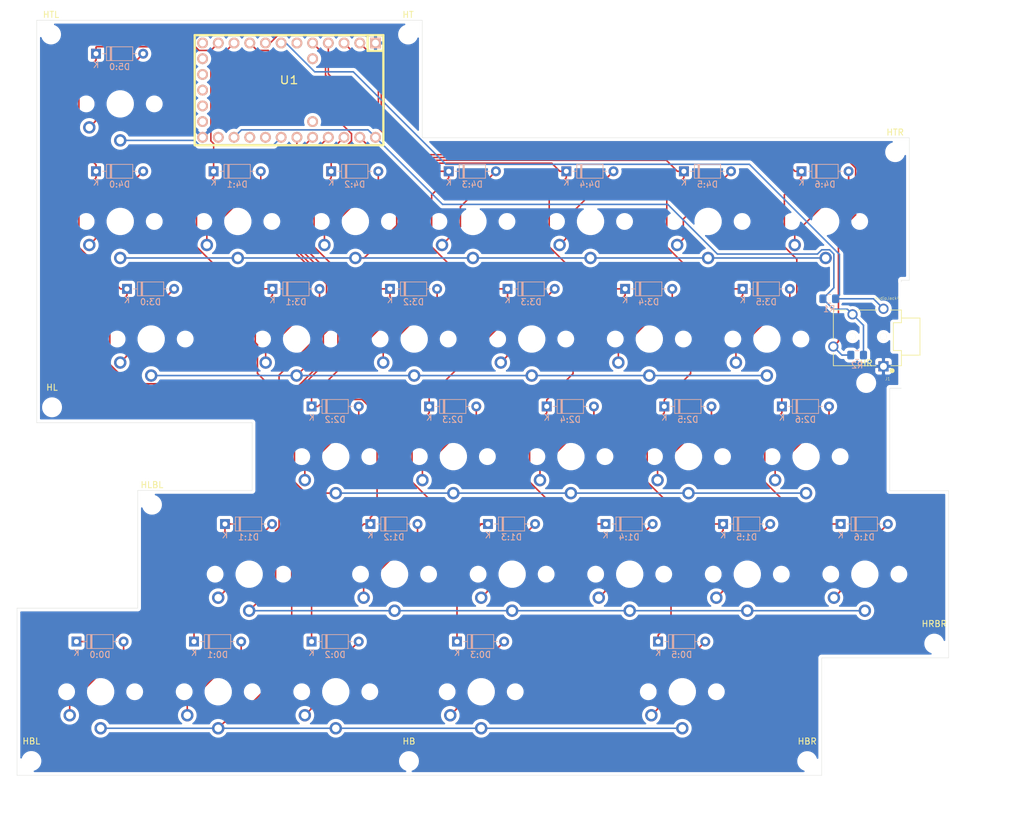
<source format=kicad_pcb>
(kicad_pcb (version 20171130) (host pcbnew "(5.1.4-0-10_14)")
  (layers (0 F.Cu signal) (31 B.Cu signal) (34 B.Paste user hide) (35 F.Paste user hide) (36 B.SilkS user hide) (37 F.SilkS user hide) (38 B.Mask user hide) (39 F.Mask user hide) (44 Edge.Cuts user))
  (net 0 "")
  (net 1 /COL0)
  (net 2 /COL1)
  (net 3 /COL2)
  (net 4 /COL3)
  (net 5 /COL4)
  (net 6 /COL5)
  (net 7 /COL6)
  (net 8 /I2C_CLK)
  (net 9 VCC)
  (net 10 /I2C_DAT)
  (net 11 /ROW5)
  (net 12 /ROW4)
  (net 13 /ROW3)
  (net 14 /ROW0)
  (net 15 /ROW1)
  (net 16 /ROW2)
  (net 17 "Net-(U1-Pad31)")
  (net 18 "Net-(U1-Pad30)")
  (net 19 "Net-(U1-Pad22)")
  (net 20 "Net-(U1-Pad21)")
  (net 21 "Net-(U1-Pad19)")
  (net 22 GND)
  (net 23 "Net-(U1-Pad17)")
  (net 24 "Net-(U1-Pad16)")
  (net 25 "Net-(U1-Pad15)")
  (net 26 "Net-(U1-Pad14)")
  (net 27 "Net-(U1-Pad13)")
  (net 28 "Net-(U1-Pad12)")
  (net 29 "Net-(U1-Pad6)")
  (net 30 "Net-(D0:0-Pad2)")
  (net 31 "Net-(D0:1-Pad2)")
  (net 32 "Net-(D0:2-Pad2)")
  (net 33 "Net-(D0:3-Pad2)")
  (net 34 "Net-(D0:5-Pad2)")
  (net 35 "Net-(D1:1-Pad2)")
  (net 36 "Net-(D1:2-Pad2)")
  (net 37 "Net-(D1:3-Pad2)")
  (net 38 "Net-(D1:4-Pad2)")
  (net 39 "Net-(D1:5-Pad2)")
  (net 40 "Net-(D1:6-Pad2)")
  (net 41 "Net-(D2:2-Pad2)")
  (net 42 "Net-(D2:3-Pad2)")
  (net 43 "Net-(D2:4-Pad2)")
  (net 44 "Net-(D2:5-Pad2)")
  (net 45 "Net-(D2:6-Pad2)")
  (net 46 "Net-(D3:0-Pad2)")
  (net 47 "Net-(D3:1-Pad2)")
  (net 48 "Net-(D3:2-Pad2)")
  (net 49 "Net-(D3:3-Pad2)")
  (net 50 "Net-(D3:4-Pad2)")
  (net 51 "Net-(D3:5-Pad2)")
  (net 52 "Net-(D4:0-Pad2)")
  (net 53 "Net-(D4:1-Pad2)")
  (net 54 "Net-(D4:2-Pad2)")
  (net 55 "Net-(D4:3-Pad2)")
  (net 56 "Net-(D4:4-Pad2)")
  (net 57 "Net-(D4:5-Pad2)")
  (net 58 "Net-(D4:6-Pad2)")
  (net 59 "Net-(D5:0-Pad2)")
  (module Nomad:Kailh-PG1350-1u (layer F.Cu) (at 64.053333 111.05)
    (fp_text reference SW1:1)
    (fp_text value SW_Push hide)
    (pad "" np_thru_hole circle (at 5.5 0 180) (size 1.7 1.7) (drill 1.7) (layers *.Cu *.Mask))
    (pad "" np_thru_hole circle (at -5.5 0 180) (size 1.7 1.7) (drill 1.7) (layers *.Cu *.Mask))
    (pad 2 thru_hole circle (at -5 3.8 41.9) (size 2 2) (drill 1.2) (layers *.Cu *.Mask) (net 35 "Net-(D1:1-Pad2)"))
    (pad 1 thru_hole circle (at 0 5.9 180) (size 2 2) (drill 1.2) (layers *.Cu *.Mask) (net 15 /ROW1))
    (pad "" np_thru_hole circle (at 0 0 180) (size 3.4 3.4) (drill 3.4) (layers *.Cu *.Mask))
  )
  (module Nomad:Kailh-PG1350-1u (layer F.Cu) (at 109.72 73.05)
    (fp_text reference SW3:3)
    (fp_text value SW_Push hide)
    (pad "" np_thru_hole circle (at 5.5 0 180) (size 1.7 1.7) (drill 1.7) (layers *.Cu *.Mask))
    (pad "" np_thru_hole circle (at -5.5 0 180) (size 1.7 1.7) (drill 1.7) (layers *.Cu *.Mask))
    (pad 2 thru_hole circle (at -5 3.8 41.9) (size 2 2) (drill 1.2) (layers *.Cu *.Mask) (net 49 "Net-(D3:3-Pad2)"))
    (pad 1 thru_hole circle (at 0 5.9 180) (size 2 2) (drill 1.2) (layers *.Cu *.Mask) (net 13 /ROW3))
    (pad "" np_thru_hole circle (at 0 0 180) (size 3.4 3.4) (drill 3.4) (layers *.Cu *.Mask))
  )
  (module MountingHole:MountingHole_2.2mm_M2 (layer F.Cu) (at 48.35 99.82)
    (fp_text reference HLBL (at 0 -3.2) (layer F.SilkS))
    (fp_text value MountingHole_2.2mm_M2)
    (pad 1 np_thru_hole circle (at 0 0) (size 2.2 2.2) (drill 2.2) (layers *.Cu *.Mask))
  )
  (module MountingHole:MountingHole_2.2mm_M2 (layer F.Cu) (at 89.88 141.26)
    (fp_text reference HB (at 0 -3.2) (layer F.SilkS))
    (fp_text value MountingHole_2.2mm_M2)
    (pad 1 np_thru_hole circle (at 0 0) (size 2.2 2.2) (drill 2.2) (layers *.Cu *.Mask))
  )
  (module MountingHole:MountingHole_2.2mm_M2 (layer F.Cu) (at 154.24 141.26)
    (fp_text reference HBR (at 0 -3.2) (layer F.SilkS))
    (fp_text value MountingHole_2.2mm_M2)
    (pad 1 np_thru_hole circle (at 0 0) (size 2.2 2.2) (drill 2.2) (layers *.Cu *.Mask))
  )
  (module MountingHole:MountingHole_2.2mm_M2 (layer F.Cu) (at 174.77 122.27)
    (fp_text reference HRBR (at 0 -3.2) (layer F.SilkS))
    (fp_text value MountingHole_2.2mm_M2)
    (pad 1 np_thru_hole circle (at 0 0) (size 2.2 2.2) (drill 2.2) (layers *.Cu *.Mask))
  )
  (module MountingHole:MountingHole_2.2mm_M2 (layer F.Cu) (at 168.45 42.85)
    (fp_text reference HTR (at 0 -3.2) (layer F.SilkS))
    (fp_text value MountingHole_2.2mm_M2)
    (pad 1 np_thru_hole circle (at 0 0) (size 2.2 2.2) (drill 2.2) (layers *.Cu *.Mask))
  )
  (module MountingHole:MountingHole_2.2mm_M2 (layer F.Cu) (at 89.74 23.84)
    (fp_text reference HT (at 0 -3.2) (layer F.SilkS))
    (fp_text value MountingHole_2.2mm_M2)
    (pad 1 np_thru_hole circle (at 0 0) (size 2.2 2.2) (drill 2.2) (layers *.Cu *.Mask))
  )
  (module MountingHole:MountingHole_2.2mm_M2 (layer F.Cu) (at 32.04 23.83)
    (fp_text reference HTL (at 0 -3.2) (layer F.SilkS))
    (fp_text value MountingHole_2.2mm_M2)
    (pad 1 np_thru_hole circle (at 0 0) (size 2.2 2.2) (drill 2.2) (layers *.Cu *.Mask))
  )
  (module MountingHole:MountingHole_2.2mm_M2 (layer F.Cu) (at 28.86 141.24)
    (fp_text reference HBL (at 0 -3.2) (layer F.SilkS))
    (fp_text value MountingHole_2.2mm_M2)
    (pad 1 np_thru_hole circle (at 0 0) (size 2.2 2.2) (drill 2.2) (layers *.Cu *.Mask))
  )
  (module MountingHole:MountingHole_2.2mm_M2 (layer F.Cu) (at 32.2 84.08)
    (fp_text reference HL (at 0 -3.2) (layer F.SilkS))
    (fp_text value MountingHole_2.2mm_M2)
    (pad 1 np_thru_hole circle (at 0 0) (size 2.2 2.2) (drill 2.2) (layers *.Cu *.Mask))
  )
  (module MountingHole:MountingHole_2.2mm_M2 (layer F.Cu) (at 163.77 80.15)
    (fp_text reference HR (at 0 -3.2) (layer F.SilkS))
    (fp_text value MountingHole_2.2mm_M2)
    (pad 1 np_thru_hole circle (at 0 0) (size 2.2 2.2) (drill 2.2) (layers *.Cu *.Mask))
  )
  (module Nomad:Kailh-PG1350-1u (layer F.Cu) (at 43.22 35.05)
    (fp_text reference SW5:0)
    (fp_text value SW_Push hide)
    (pad "" np_thru_hole circle (at 5.5 0 180) (size 1.7 1.7) (drill 1.7) (layers *.Cu *.Mask))
    (pad "" np_thru_hole circle (at -5.5 0 180) (size 1.7 1.7) (drill 1.7) (layers *.Cu *.Mask))
    (pad 2 thru_hole circle (at -5 3.8 41.9) (size 2 2) (drill 1.2) (layers *.Cu *.Mask) (net 59 "Net-(D5:0-Pad2)"))
    (pad 1 thru_hole circle (at 0 5.9 180) (size 2 2) (drill 1.2) (layers *.Cu *.Mask) (net 11 /ROW5))
    (pad "" np_thru_hole circle (at 0 0 180) (size 3.4 3.4) (drill 3.4) (layers *.Cu *.Mask))
  )
  (module Nomad:Kailh-PG1350-1u (layer F.Cu) (at 157.22 54.05)
    (fp_text reference SW4:6)
    (fp_text value SW_Push hide)
    (pad "" np_thru_hole circle (at 5.5 0 180) (size 1.7 1.7) (drill 1.7) (layers *.Cu *.Mask))
    (pad "" np_thru_hole circle (at -5.5 0 180) (size 1.7 1.7) (drill 1.7) (layers *.Cu *.Mask))
    (pad 2 thru_hole circle (at -5 3.8 41.9) (size 2 2) (drill 1.2) (layers *.Cu *.Mask) (net 58 "Net-(D4:6-Pad2)"))
    (pad 1 thru_hole circle (at 0 5.9 180) (size 2 2) (drill 1.2) (layers *.Cu *.Mask) (net 12 /ROW4))
    (pad "" np_thru_hole circle (at 0 0 180) (size 3.4 3.4) (drill 3.4) (layers *.Cu *.Mask))
  )
  (module Nomad:Kailh-PG1350-1u (layer F.Cu) (at 138.22 54.05)
    (fp_text reference SW4:5)
    (fp_text value SW_Push hide)
    (pad "" np_thru_hole circle (at 5.5 0 180) (size 1.7 1.7) (drill 1.7) (layers *.Cu *.Mask))
    (pad "" np_thru_hole circle (at -5.5 0 180) (size 1.7 1.7) (drill 1.7) (layers *.Cu *.Mask))
    (pad 2 thru_hole circle (at -5 3.8 41.9) (size 2 2) (drill 1.2) (layers *.Cu *.Mask) (net 57 "Net-(D4:5-Pad2)"))
    (pad 1 thru_hole circle (at 0 5.9 180) (size 2 2) (drill 1.2) (layers *.Cu *.Mask) (net 12 /ROW4))
    (pad "" np_thru_hole circle (at 0 0 180) (size 3.4 3.4) (drill 3.4) (layers *.Cu *.Mask))
  )
  (module Nomad:Kailh-PG1350-1u (layer F.Cu) (at 119.22 54.05)
    (fp_text reference SW4:4)
    (fp_text value SW_Push hide)
    (pad "" np_thru_hole circle (at 5.5 0 180) (size 1.7 1.7) (drill 1.7) (layers *.Cu *.Mask))
    (pad "" np_thru_hole circle (at -5.5 0 180) (size 1.7 1.7) (drill 1.7) (layers *.Cu *.Mask))
    (pad 2 thru_hole circle (at -5 3.8 41.9) (size 2 2) (drill 1.2) (layers *.Cu *.Mask) (net 56 "Net-(D4:4-Pad2)"))
    (pad 1 thru_hole circle (at 0 5.9 180) (size 2 2) (drill 1.2) (layers *.Cu *.Mask) (net 12 /ROW4))
    (pad "" np_thru_hole circle (at 0 0 180) (size 3.4 3.4) (drill 3.4) (layers *.Cu *.Mask))
  )
  (module Nomad:Kailh-PG1350-1u (layer F.Cu) (at 100.22 54.05)
    (fp_text reference SW4:3)
    (fp_text value SW_Push hide)
    (pad "" np_thru_hole circle (at 5.5 0 180) (size 1.7 1.7) (drill 1.7) (layers *.Cu *.Mask))
    (pad "" np_thru_hole circle (at -5.5 0 180) (size 1.7 1.7) (drill 1.7) (layers *.Cu *.Mask))
    (pad 2 thru_hole circle (at -5 3.8 41.9) (size 2 2) (drill 1.2) (layers *.Cu *.Mask) (net 55 "Net-(D4:3-Pad2)"))
    (pad 1 thru_hole circle (at 0 5.9 180) (size 2 2) (drill 1.2) (layers *.Cu *.Mask) (net 12 /ROW4))
    (pad "" np_thru_hole circle (at 0 0 180) (size 3.4 3.4) (drill 3.4) (layers *.Cu *.Mask))
  )
  (module Nomad:Kailh-PG1350-1u (layer F.Cu) (at 81.22 54.05)
    (fp_text reference SW4:2)
    (fp_text value SW_Push hide)
    (pad "" np_thru_hole circle (at 5.5 0 180) (size 1.7 1.7) (drill 1.7) (layers *.Cu *.Mask))
    (pad "" np_thru_hole circle (at -5.5 0 180) (size 1.7 1.7) (drill 1.7) (layers *.Cu *.Mask))
    (pad 2 thru_hole circle (at -5 3.8 41.9) (size 2 2) (drill 1.2) (layers *.Cu *.Mask) (net 54 "Net-(D4:2-Pad2)"))
    (pad 1 thru_hole circle (at 0 5.9 180) (size 2 2) (drill 1.2) (layers *.Cu *.Mask) (net 12 /ROW4))
    (pad "" np_thru_hole circle (at 0 0 180) (size 3.4 3.4) (drill 3.4) (layers *.Cu *.Mask))
  )
  (module Nomad:Kailh-PG1350-1u (layer F.Cu) (at 62.22 54.05)
    (fp_text reference SW4:1)
    (fp_text value SW_Push hide)
    (pad "" np_thru_hole circle (at 5.5 0 180) (size 1.7 1.7) (drill 1.7) (layers *.Cu *.Mask))
    (pad "" np_thru_hole circle (at -5.5 0 180) (size 1.7 1.7) (drill 1.7) (layers *.Cu *.Mask))
    (pad 2 thru_hole circle (at -5 3.8 41.9) (size 2 2) (drill 1.2) (layers *.Cu *.Mask) (net 53 "Net-(D4:1-Pad2)"))
    (pad 1 thru_hole circle (at 0 5.9 180) (size 2 2) (drill 1.2) (layers *.Cu *.Mask) (net 12 /ROW4))
    (pad "" np_thru_hole circle (at 0 0 180) (size 3.4 3.4) (drill 3.4) (layers *.Cu *.Mask))
  )
  (module Nomad:Kailh-PG1350-1u (layer F.Cu) (at 43.22 54.05)
    (fp_text reference SW4:0)
    (fp_text value SW_Push hide)
    (pad "" np_thru_hole circle (at 5.5 0 180) (size 1.7 1.7) (drill 1.7) (layers *.Cu *.Mask))
    (pad "" np_thru_hole circle (at -5.5 0 180) (size 1.7 1.7) (drill 1.7) (layers *.Cu *.Mask))
    (pad 2 thru_hole circle (at -5 3.8 41.9) (size 2 2) (drill 1.2) (layers *.Cu *.Mask) (net 52 "Net-(D4:0-Pad2)"))
    (pad 1 thru_hole circle (at 0 5.9 180) (size 2 2) (drill 1.2) (layers *.Cu *.Mask) (net 12 /ROW4))
    (pad "" np_thru_hole circle (at 0 0 180) (size 3.4 3.4) (drill 3.4) (layers *.Cu *.Mask))
  )
  (module Nomad:Kailh-PG1350-1u (layer F.Cu) (at 147.72 73.05)
    (fp_text reference SW3:5)
    (fp_text value SW_Push hide)
    (pad "" np_thru_hole circle (at 5.5 0 180) (size 1.7 1.7) (drill 1.7) (layers *.Cu *.Mask))
    (pad "" np_thru_hole circle (at -5.5 0 180) (size 1.7 1.7) (drill 1.7) (layers *.Cu *.Mask))
    (pad 2 thru_hole circle (at -5 3.8 41.9) (size 2 2) (drill 1.2) (layers *.Cu *.Mask) (net 51 "Net-(D3:5-Pad2)"))
    (pad 1 thru_hole circle (at 0 5.9 180) (size 2 2) (drill 1.2) (layers *.Cu *.Mask) (net 13 /ROW3))
    (pad "" np_thru_hole circle (at 0 0 180) (size 3.4 3.4) (drill 3.4) (layers *.Cu *.Mask))
  )
  (module Nomad:Kailh-PG1350-1u (layer F.Cu) (at 128.72 73.05)
    (fp_text reference SW3:4)
    (fp_text value SW_Push hide)
    (pad "" np_thru_hole circle (at 5.5 0 180) (size 1.7 1.7) (drill 1.7) (layers *.Cu *.Mask))
    (pad "" np_thru_hole circle (at -5.5 0 180) (size 1.7 1.7) (drill 1.7) (layers *.Cu *.Mask))
    (pad 2 thru_hole circle (at -5 3.8 41.9) (size 2 2) (drill 1.2) (layers *.Cu *.Mask) (net 50 "Net-(D3:4-Pad2)"))
    (pad 1 thru_hole circle (at 0 5.9 180) (size 2 2) (drill 1.2) (layers *.Cu *.Mask) (net 13 /ROW3))
    (pad "" np_thru_hole circle (at 0 0 180) (size 3.4 3.4) (drill 3.4) (layers *.Cu *.Mask))
  )
  (module Nomad:Kailh-PG1350-1u (layer F.Cu) (at 90.72 73.05)
    (fp_text reference SW3:2)
    (fp_text value SW_Push hide)
    (pad "" np_thru_hole circle (at 5.5 0 180) (size 1.7 1.7) (drill 1.7) (layers *.Cu *.Mask))
    (pad "" np_thru_hole circle (at -5.5 0 180) (size 1.7 1.7) (drill 1.7) (layers *.Cu *.Mask))
    (pad 2 thru_hole circle (at -5 3.8 41.9) (size 2 2) (drill 1.2) (layers *.Cu *.Mask) (net 48 "Net-(D3:2-Pad2)"))
    (pad 1 thru_hole circle (at 0 5.9 180) (size 2 2) (drill 1.2) (layers *.Cu *.Mask) (net 13 /ROW3))
    (pad "" np_thru_hole circle (at 0 0 180) (size 3.4 3.4) (drill 3.4) (layers *.Cu *.Mask))
  )
  (module Nomad:Kailh-PG1350-1u (layer F.Cu) (at 71.72 73.05)
    (fp_text reference SW3:1)
    (fp_text value SW_Push hide)
    (pad "" np_thru_hole circle (at 5.5 0 180) (size 1.7 1.7) (drill 1.7) (layers *.Cu *.Mask))
    (pad "" np_thru_hole circle (at -5.5 0 180) (size 1.7 1.7) (drill 1.7) (layers *.Cu *.Mask))
    (pad 2 thru_hole circle (at -5 3.8 41.9) (size 2 2) (drill 1.2) (layers *.Cu *.Mask) (net 47 "Net-(D3:1-Pad2)"))
    (pad 1 thru_hole circle (at 0 5.9 180) (size 2 2) (drill 1.2) (layers *.Cu *.Mask) (net 13 /ROW3))
    (pad "" np_thru_hole circle (at 0 0 180) (size 3.4 3.4) (drill 3.4) (layers *.Cu *.Mask))
  )
  (module Nomad:Kailh-PG1350-1u (layer F.Cu) (at 48.22 73.05)
    (fp_text reference SW3:0)
    (fp_text value SW_Push hide)
    (pad "" np_thru_hole circle (at 5.5 0 180) (size 1.7 1.7) (drill 1.7) (layers *.Cu *.Mask))
    (pad "" np_thru_hole circle (at -5.5 0 180) (size 1.7 1.7) (drill 1.7) (layers *.Cu *.Mask))
    (pad 2 thru_hole circle (at -5 3.8 41.9) (size 2 2) (drill 1.2) (layers *.Cu *.Mask) (net 46 "Net-(D3:0-Pad2)"))
    (pad 1 thru_hole circle (at 0 5.9 180) (size 2 2) (drill 1.2) (layers *.Cu *.Mask) (net 13 /ROW3))
    (pad "" np_thru_hole circle (at 0 0 180) (size 3.4 3.4) (drill 3.4) (layers *.Cu *.Mask))
  )
  (module Nomad:Kailh-PG1350-1u (layer F.Cu) (at 154.053333 92.05)
    (fp_text reference SW2:6)
    (fp_text value SW_Push hide)
    (pad "" np_thru_hole circle (at 5.5 0 180) (size 1.7 1.7) (drill 1.7) (layers *.Cu *.Mask))
    (pad "" np_thru_hole circle (at -5.5 0 180) (size 1.7 1.7) (drill 1.7) (layers *.Cu *.Mask))
    (pad 2 thru_hole circle (at -5 3.8 41.9) (size 2 2) (drill 1.2) (layers *.Cu *.Mask) (net 45 "Net-(D2:6-Pad2)"))
    (pad 1 thru_hole circle (at 0 5.9 180) (size 2 2) (drill 1.2) (layers *.Cu *.Mask) (net 16 /ROW2))
    (pad "" np_thru_hole circle (at 0 0 180) (size 3.4 3.4) (drill 3.4) (layers *.Cu *.Mask))
  )
  (module Nomad:Kailh-PG1350-1u (layer F.Cu) (at 135.053333 92.05)
    (fp_text reference SW2:5)
    (fp_text value SW_Push hide)
    (pad "" np_thru_hole circle (at 5.5 0 180) (size 1.7 1.7) (drill 1.7) (layers *.Cu *.Mask))
    (pad "" np_thru_hole circle (at -5.5 0 180) (size 1.7 1.7) (drill 1.7) (layers *.Cu *.Mask))
    (pad 2 thru_hole circle (at -5 3.8 41.9) (size 2 2) (drill 1.2) (layers *.Cu *.Mask) (net 44 "Net-(D2:5-Pad2)"))
    (pad 1 thru_hole circle (at 0 5.9 180) (size 2 2) (drill 1.2) (layers *.Cu *.Mask) (net 16 /ROW2))
    (pad "" np_thru_hole circle (at 0 0 180) (size 3.4 3.4) (drill 3.4) (layers *.Cu *.Mask))
  )
  (module Nomad:Kailh-PG1350-1u (layer F.Cu) (at 116.053333 92.05)
    (fp_text reference SW2:4)
    (fp_text value SW_Push hide)
    (pad "" np_thru_hole circle (at 5.5 0 180) (size 1.7 1.7) (drill 1.7) (layers *.Cu *.Mask))
    (pad "" np_thru_hole circle (at -5.5 0 180) (size 1.7 1.7) (drill 1.7) (layers *.Cu *.Mask))
    (pad 2 thru_hole circle (at -5 3.8 41.9) (size 2 2) (drill 1.2) (layers *.Cu *.Mask) (net 43 "Net-(D2:4-Pad2)"))
    (pad 1 thru_hole circle (at 0 5.9 180) (size 2 2) (drill 1.2) (layers *.Cu *.Mask) (net 16 /ROW2))
    (pad "" np_thru_hole circle (at 0 0 180) (size 3.4 3.4) (drill 3.4) (layers *.Cu *.Mask))
  )
  (module Nomad:Kailh-PG1350-1u (layer F.Cu) (at 97.053333 92.05)
    (fp_text reference SW2:3)
    (fp_text value SW_Push hide)
    (pad "" np_thru_hole circle (at 5.5 0 180) (size 1.7 1.7) (drill 1.7) (layers *.Cu *.Mask))
    (pad "" np_thru_hole circle (at -5.5 0 180) (size 1.7 1.7) (drill 1.7) (layers *.Cu *.Mask))
    (pad 2 thru_hole circle (at -5 3.8 41.9) (size 2 2) (drill 1.2) (layers *.Cu *.Mask) (net 42 "Net-(D2:3-Pad2)"))
    (pad 1 thru_hole circle (at 0 5.9 180) (size 2 2) (drill 1.2) (layers *.Cu *.Mask) (net 16 /ROW2))
    (pad "" np_thru_hole circle (at 0 0 180) (size 3.4 3.4) (drill 3.4) (layers *.Cu *.Mask))
  )
  (module Nomad:Kailh-PG1350-1u (layer F.Cu) (at 78.053333 92.05)
    (fp_text reference SW2:2)
    (fp_text value SW_Push hide)
    (pad "" np_thru_hole circle (at 5.5 0 180) (size 1.7 1.7) (drill 1.7) (layers *.Cu *.Mask))
    (pad "" np_thru_hole circle (at -5.5 0 180) (size 1.7 1.7) (drill 1.7) (layers *.Cu *.Mask))
    (pad 2 thru_hole circle (at -5 3.8 41.9) (size 2 2) (drill 1.2) (layers *.Cu *.Mask) (net 41 "Net-(D2:2-Pad2)"))
    (pad 1 thru_hole circle (at 0 5.9 180) (size 2 2) (drill 1.2) (layers *.Cu *.Mask) (net 16 /ROW2))
    (pad "" np_thru_hole circle (at 0 0 180) (size 3.4 3.4) (drill 3.4) (layers *.Cu *.Mask))
  )
  (module Nomad:Kailh-PG1350-1u (layer F.Cu) (at 163.553333 111.05)
    (fp_text reference SW1:6)
    (fp_text value SW_Push hide)
    (pad "" np_thru_hole circle (at 5.5 0 180) (size 1.7 1.7) (drill 1.7) (layers *.Cu *.Mask))
    (pad "" np_thru_hole circle (at -5.5 0 180) (size 1.7 1.7) (drill 1.7) (layers *.Cu *.Mask))
    (pad 2 thru_hole circle (at -5 3.8 41.9) (size 2 2) (drill 1.2) (layers *.Cu *.Mask) (net 40 "Net-(D1:6-Pad2)"))
    (pad 1 thru_hole circle (at 0 5.9 180) (size 2 2) (drill 1.2) (layers *.Cu *.Mask) (net 15 /ROW1))
    (pad "" np_thru_hole circle (at 0 0 180) (size 3.4 3.4) (drill 3.4) (layers *.Cu *.Mask))
  )
  (module Nomad:Kailh-PG1350-1u (layer F.Cu) (at 144.553333 111.05)
    (fp_text reference SW1:5)
    (fp_text value SW_Push hide)
    (pad "" np_thru_hole circle (at 5.5 0 180) (size 1.7 1.7) (drill 1.7) (layers *.Cu *.Mask))
    (pad "" np_thru_hole circle (at -5.5 0 180) (size 1.7 1.7) (drill 1.7) (layers *.Cu *.Mask))
    (pad 2 thru_hole circle (at -5 3.8 41.9) (size 2 2) (drill 1.2) (layers *.Cu *.Mask) (net 39 "Net-(D1:5-Pad2)"))
    (pad 1 thru_hole circle (at 0 5.9 180) (size 2 2) (drill 1.2) (layers *.Cu *.Mask) (net 15 /ROW1))
    (pad "" np_thru_hole circle (at 0 0 180) (size 3.4 3.4) (drill 3.4) (layers *.Cu *.Mask))
  )
  (module Nomad:Kailh-PG1350-1u (layer F.Cu) (at 125.553333 111.05)
    (fp_text reference SW1:4)
    (fp_text value SW_Push hide)
    (pad "" np_thru_hole circle (at 5.5 0 180) (size 1.7 1.7) (drill 1.7) (layers *.Cu *.Mask))
    (pad "" np_thru_hole circle (at -5.5 0 180) (size 1.7 1.7) (drill 1.7) (layers *.Cu *.Mask))
    (pad 2 thru_hole circle (at -5 3.8 41.9) (size 2 2) (drill 1.2) (layers *.Cu *.Mask) (net 38 "Net-(D1:4-Pad2)"))
    (pad 1 thru_hole circle (at 0 5.9 180) (size 2 2) (drill 1.2) (layers *.Cu *.Mask) (net 15 /ROW1))
    (pad "" np_thru_hole circle (at 0 0 180) (size 3.4 3.4) (drill 3.4) (layers *.Cu *.Mask))
  )
  (module Nomad:Kailh-PG1350-1u (layer F.Cu) (at 106.553333 111.05)
    (fp_text reference SW1:3)
    (fp_text value SW_Push hide)
    (pad "" np_thru_hole circle (at 5.5 0 180) (size 1.7 1.7) (drill 1.7) (layers *.Cu *.Mask))
    (pad "" np_thru_hole circle (at -5.5 0 180) (size 1.7 1.7) (drill 1.7) (layers *.Cu *.Mask))
    (pad 2 thru_hole circle (at -5 3.8 41.9) (size 2 2) (drill 1.2) (layers *.Cu *.Mask) (net 37 "Net-(D1:3-Pad2)"))
    (pad 1 thru_hole circle (at 0 5.9 180) (size 2 2) (drill 1.2) (layers *.Cu *.Mask) (net 15 /ROW1))
    (pad "" np_thru_hole circle (at 0 0 180) (size 3.4 3.4) (drill 3.4) (layers *.Cu *.Mask))
  )
  (module Nomad:Kailh-PG1350-1u (layer F.Cu) (at 87.553333 111.05)
    (fp_text reference SW1:2)
    (fp_text value SW_Push hide)
    (pad "" np_thru_hole circle (at 5.5 0 180) (size 1.7 1.7) (drill 1.7) (layers *.Cu *.Mask))
    (pad "" np_thru_hole circle (at -5.5 0 180) (size 1.7 1.7) (drill 1.7) (layers *.Cu *.Mask))
    (pad 2 thru_hole circle (at -5 3.8 41.9) (size 2 2) (drill 1.2) (layers *.Cu *.Mask) (net 36 "Net-(D1:2-Pad2)"))
    (pad 1 thru_hole circle (at 0 5.9 180) (size 2 2) (drill 1.2) (layers *.Cu *.Mask) (net 15 /ROW1))
    (pad "" np_thru_hole circle (at 0 0 180) (size 3.4 3.4) (drill 3.4) (layers *.Cu *.Mask))
  )
  (module Nomad:Kailh-PG1350-1u (layer F.Cu) (at 134.053333 130.05)
    (fp_text reference SW0:5)
    (fp_text value SW_Push hide)
    (pad "" np_thru_hole circle (at 5.5 0 180) (size 1.7 1.7) (drill 1.7) (layers *.Cu *.Mask))
    (pad "" np_thru_hole circle (at -5.5 0 180) (size 1.7 1.7) (drill 1.7) (layers *.Cu *.Mask))
    (pad 2 thru_hole circle (at -5 3.8 41.9) (size 2 2) (drill 1.2) (layers *.Cu *.Mask) (net 34 "Net-(D0:5-Pad2)"))
    (pad 1 thru_hole circle (at 0 5.9 180) (size 2 2) (drill 1.2) (layers *.Cu *.Mask) (net 14 /ROW0))
    (pad "" np_thru_hole circle (at 0 0 180) (size 3.4 3.4) (drill 3.4) (layers *.Cu *.Mask))
  )
  (module Nomad:Kailh-PG1350-1u (layer F.Cu) (at 101.553333 130.05)
    (fp_text reference SW0:3)
    (fp_text value SW_Push hide)
    (pad "" np_thru_hole circle (at 5.5 0 180) (size 1.7 1.7) (drill 1.7) (layers *.Cu *.Mask))
    (pad "" np_thru_hole circle (at -5.5 0 180) (size 1.7 1.7) (drill 1.7) (layers *.Cu *.Mask))
    (pad 2 thru_hole circle (at -5 3.8 41.9) (size 2 2) (drill 1.2) (layers *.Cu *.Mask) (net 33 "Net-(D0:3-Pad2)"))
    (pad 1 thru_hole circle (at 0 5.9 180) (size 2 2) (drill 1.2) (layers *.Cu *.Mask) (net 14 /ROW0))
    (pad "" np_thru_hole circle (at 0 0 180) (size 3.4 3.4) (drill 3.4) (layers *.Cu *.Mask))
  )
  (module Nomad:Kailh-PG1350-1u (layer F.Cu) (at 78.053333 130.05)
    (fp_text reference SW0:2)
    (fp_text value SW_Push hide)
    (pad "" np_thru_hole circle (at 5.5 0 180) (size 1.7 1.7) (drill 1.7) (layers *.Cu *.Mask))
    (pad "" np_thru_hole circle (at -5.5 0 180) (size 1.7 1.7) (drill 1.7) (layers *.Cu *.Mask))
    (pad 2 thru_hole circle (at -5 3.8 41.9) (size 2 2) (drill 1.2) (layers *.Cu *.Mask) (net 32 "Net-(D0:2-Pad2)"))
    (pad 1 thru_hole circle (at 0 5.9 180) (size 2 2) (drill 1.2) (layers *.Cu *.Mask) (net 14 /ROW0))
    (pad "" np_thru_hole circle (at 0 0 180) (size 3.4 3.4) (drill 3.4) (layers *.Cu *.Mask))
  )
  (module Nomad:Kailh-PG1350-1u (layer F.Cu) (at 59.053333 130.05)
    (fp_text reference SW0:1)
    (fp_text value SW_Push hide)
    (pad "" np_thru_hole circle (at 5.5 0 180) (size 1.7 1.7) (drill 1.7) (layers *.Cu *.Mask))
    (pad "" np_thru_hole circle (at -5.5 0 180) (size 1.7 1.7) (drill 1.7) (layers *.Cu *.Mask))
    (pad 2 thru_hole circle (at -5 3.8 41.9) (size 2 2) (drill 1.2) (layers *.Cu *.Mask) (net 31 "Net-(D0:1-Pad2)"))
    (pad 1 thru_hole circle (at 0 5.9 180) (size 2 2) (drill 1.2) (layers *.Cu *.Mask) (net 14 /ROW0))
    (pad "" np_thru_hole circle (at 0 0 180) (size 3.4 3.4) (drill 3.4) (layers *.Cu *.Mask))
  )
  (module Nomad:Kailh-PG1350-1u (layer F.Cu) (at 40.053333 130.05)
    (fp_text reference SW0:0)
    (fp_text value SW_Push hide)
    (pad "" np_thru_hole circle (at 5.5 0 180) (size 1.7 1.7) (drill 1.7) (layers *.Cu *.Mask))
    (pad "" np_thru_hole circle (at -5.5 0 180) (size 1.7 1.7) (drill 1.7) (layers *.Cu *.Mask))
    (pad 2 thru_hole circle (at -5 3.8 41.9) (size 2 2) (drill 1.2) (layers *.Cu *.Mask) (net 30 "Net-(D0:0-Pad2)"))
    (pad 1 thru_hole circle (at 0 5.9 180) (size 2 2) (drill 1.2) (layers *.Cu *.Mask) (net 14 /ROW0))
    (pad "" np_thru_hole circle (at 0 0 180) (size 3.4 3.4) (drill 3.4) (layers *.Cu *.Mask))
  )
  (module Nomad:CUI_SJ-43514 (layer F.Cu) (at 163.96 72.66 180)
    (fp_text reference J1 (at -3.28488 -6.81327) (layer F.SilkS) (effects (font (size 0.480598 0.480598) (thickness 0.05))))
    (fp_text value AudioJack4 (at -3.23167 6.20609) (layer F.SilkS) (effects (font (size 0.480844 0.480844) (thickness 0.05))))
    (fp_line (start -5.5 2.25) (end -5.5 8.85) (layer Edge.Cuts) (width 0.0001))
    (fp_line (start -4.2 2.25) (end -5.5 2.25) (layer Edge.Cuts) (width 0.0001))
    (fp_line (start -4.2 -2.25) (end -4.2 2.25) (layer Edge.Cuts) (width 0.0001))
    (fp_line (start -5.5 -2.25) (end -4.2 -2.25) (layer Edge.Cuts) (width 0.0001))
    (fp_line (start -5.5 -8.35) (end -5.5 -2.25) (layer Edge.Cuts) (width 0.0001))
    (pad Hole np_thru_hole circle (at 2.4 0 180) (size 1.1 1.1) (drill 1.1) (layers *.Cu *.Mask F.SilkS))
    (pad Hole np_thru_hole circle (at -2.6 0 180) (size 1.1 1.1) (drill 1.1) (layers *.Cu *.Mask F.SilkS))
    (pad R2 thru_hole circle (at -2.6 4.5 180) (size 1.65 1.65) (drill 1.1) (layers *.Cu *.Mask) (net 8 /I2C_CLK))
    (pad R1 thru_hole circle (at 5.5 -1.6 180) (size 1.65 1.65) (drill 1.1) (layers *.Cu *.Mask) (net 10 /I2C_DAT))
    (pad T thru_hole circle (at 2.4 3.6 180) (size 1.65 1.65) (drill 1.1) (layers *.Cu *.Mask) (net 9 VCC))
    (pad S thru_hole rect (at -2.6 -4.8 180) (size 1.65 1.65) (drill 1.1) (layers *.Cu *.Mask) (net 22 GND))
  )
  (module "Keebio Keyboard Parts:Teensy_2.0" (layer F.Cu) (at 70.5 32.83 180)
    (fp_text reference U1 (at 0 1.625) (layer F.SilkS) (effects (font (size 1.27 1.524) (thickness 0.2032))))
    (fp_text value "Teensy2.0_(C)" hide)
    (pad 31 thru_hole circle (at -3.81 5.08 90) (size 1.7526 1.7526) (drill 1.0922) (layers *.Cu *.SilkS *.Mask) (net 17 "Net-(U1-Pad31)"))
    (pad 30 thru_hole circle (at -3.81 -5.08 90) (size 1.7526 1.7526) (drill 1.0922) (layers *.Cu *.SilkS *.Mask) (net 18 "Net-(U1-Pad30)"))
    (pad 29 thru_hole circle (at -13.97 -7.62 180) (size 1.7526 1.7526) (drill 1.0922) (layers *.Cu *.SilkS *.Mask) (net 9 VCC))
    (pad 28 thru_hole circle (at -11.43 -7.62 180) (size 1.7526 1.7526) (drill 1.0922) (layers *.Cu *.SilkS *.Mask) (net 12 /ROW4))
    (pad 27 thru_hole circle (at -8.89 -7.62 180) (size 1.7526 1.7526) (drill 1.0922) (layers *.Cu *.SilkS *.Mask) (net 16 /ROW2))
    (pad 26 thru_hole circle (at -6.35 -7.62 180) (size 1.7526 1.7526) (drill 1.0922) (layers *.Cu *.SilkS *.Mask) (net 14 /ROW0))
    (pad 25 thru_hole circle (at -3.81 -7.62 180) (size 1.7526 1.7526) (drill 1.0922) (layers *.Cu *.SilkS *.Mask) (net 13 /ROW3))
    (pad 24 thru_hole circle (at -1.27 -7.62 180) (size 1.7526 1.7526) (drill 1.0922) (layers *.Cu *.SilkS *.Mask) (net 15 /ROW1))
    (pad 23 thru_hole circle (at 1.27 -7.62 180) (size 1.7526 1.7526) (drill 1.0922) (layers *.Cu *.SilkS *.Mask) (net 11 /ROW5))
    (pad 22 thru_hole circle (at 3.81 -7.62 180) (size 1.7526 1.7526) (drill 1.0922) (layers *.Cu *.SilkS *.Mask) (net 19 "Net-(U1-Pad22)"))
    (pad 21 thru_hole circle (at 6.35 -7.62 180) (size 1.7526 1.7526) (drill 1.0922) (layers *.Cu *.SilkS *.Mask) (net 20 "Net-(U1-Pad21)"))
    (pad 20 thru_hole circle (at 8.89 -7.62 180) (size 1.7526 1.7526) (drill 1.0922) (layers *.Cu *.SilkS *.Mask) (net 9 VCC))
    (pad 19 thru_hole circle (at 11.43 -7.62 180) (size 1.7526 1.7526) (drill 1.0922) (layers *.Cu *.SilkS *.Mask) (net 21 "Net-(U1-Pad19)"))
    (pad 18 thru_hole circle (at 13.97 -7.62 180) (size 1.7526 1.7526) (drill 1.0922) (layers *.Cu *.SilkS *.Mask) (net 22 GND))
    (pad 17 thru_hole circle (at 13.97 -5.08 90) (size 1.7526 1.7526) (drill 1.0922) (layers *.Cu *.SilkS *.Mask) (net 23 "Net-(U1-Pad17)"))
    (pad 16 thru_hole circle (at 13.97 -2.54 90) (size 1.7526 1.7526) (drill 1.0922) (layers *.Cu *.SilkS *.Mask) (net 24 "Net-(U1-Pad16)"))
    (pad 15 thru_hole circle (at 13.97 0 90) (size 1.7526 1.7526) (drill 1.0922) (layers *.Cu *.SilkS *.Mask) (net 25 "Net-(U1-Pad15)"))
    (pad 14 thru_hole circle (at 13.97 2.54 90) (size 1.7526 1.7526) (drill 1.0922) (layers *.Cu *.SilkS *.Mask) (net 26 "Net-(U1-Pad14)"))
    (pad 13 thru_hole circle (at 13.97 5.08 90) (size 1.7526 1.7526) (drill 1.0922) (layers *.Cu *.SilkS *.Mask) (net 27 "Net-(U1-Pad13)"))
    (pad 12 thru_hole circle (at 13.97 7.62 180) (size 1.7526 1.7526) (drill 1.0922) (layers *.Cu *.SilkS *.Mask) (net 28 "Net-(U1-Pad12)"))
    (pad 11 thru_hole circle (at 11.43 7.62 180) (size 1.7526 1.7526) (drill 1.0922) (layers *.Cu *.SilkS *.Mask) (net 1 /COL0))
    (pad 10 thru_hole circle (at 8.89 7.62 180) (size 1.7526 1.7526) (drill 1.0922) (layers *.Cu *.SilkS *.Mask) (net 2 /COL1))
    (pad 9 thru_hole circle (at 6.35 7.62 180) (size 1.7526 1.7526) (drill 1.0922) (layers *.Cu *.SilkS *.Mask) (net 3 /COL2))
    (pad 8 thru_hole circle (at 3.81 7.62 180) (size 1.7526 1.7526) (drill 1.0922) (layers *.Cu *.SilkS *.Mask) (net 10 /I2C_DAT))
    (pad 7 thru_hole circle (at 1.27 7.62 180) (size 1.7526 1.7526) (drill 1.0922) (layers *.Cu *.SilkS *.Mask) (net 8 /I2C_CLK))
    (pad 6 thru_hole circle (at -1.27 7.62 180) (size 1.7526 1.7526) (drill 1.0922) (layers *.Cu *.SilkS *.Mask) (net 29 "Net-(U1-Pad6)"))
    (pad 5 thru_hole circle (at -3.81 7.62 180) (size 1.7526 1.7526) (drill 1.0922) (layers *.Cu *.SilkS *.Mask) (net 4 /COL3))
    (pad 4 thru_hole circle (at -6.35 7.62 180) (size 1.7526 1.7526) (drill 1.0922) (layers *.Cu *.SilkS *.Mask) (net 5 /COL4))
    (pad 3 thru_hole circle (at -8.89 7.62 180) (size 1.7526 1.7526) (drill 1.0922) (layers *.Cu *.SilkS *.Mask) (net 6 /COL5))
    (pad 2 thru_hole circle (at -11.43 7.62 180) (size 1.7526 1.7526) (drill 1.0922) (layers *.Cu *.SilkS *.Mask) (net 7 /COL6))
    (pad 1 thru_hole rect (at -13.97 7.62 180) (size 1.7526 1.7526) (drill 1.0922) (layers *.Cu *.SilkS *.Mask) (net 22 GND))
  )
  (module Resistor_SMD:R_0805_2012Metric_Pad1.15x1.40mm_HandSolder (layer B.Cu) (at 162.305 75.64)
    (fp_text reference R2 (at 0 1.65) (layer B.SilkS) (effects (justify mirror)))
    (fp_text value 2K2)
    (pad 2 smd roundrect (at 1.025 0) (size 1.15 1.4) (layers B.Cu B.Paste B.Mask) (roundrect_rratio 0.217391) (net 9 VCC))
    (pad 1 smd roundrect (at -1.025 0) (size 1.15 1.4) (layers B.Cu B.Paste B.Mask) (roundrect_rratio 0.217391) (net 10 /I2C_DAT))
  )
  (module Resistor_SMD:R_0805_2012Metric_Pad1.15x1.40mm_HandSolder (layer B.Cu) (at 157.795 66.54)
    (fp_text reference R1 (at 0 1.65) (layer B.SilkS) (effects (justify mirror)))
    (fp_text value 2K2)
    (pad 1 smd roundrect (at -1.025 0) (size 1.15 1.4) (layers B.Cu B.Paste B.Mask) (roundrect_rratio 0.217391) (net 9 VCC))
    (pad 2 smd roundrect (at 1.025 0) (size 1.15 1.4) (layers B.Cu B.Paste B.Mask) (roundrect_rratio 0.217391) (net 8 /I2C_CLK))
  )
  (module Diode_THT:D_DO-35_SOD27_P7.62mm_Horizontal (layer B.Cu) (at 159.643333 102.94)
    (fp_text reference D1:6 (at 3.81 2.12) (layer B.SilkS) (effects (justify mirror)))
    (fp_text value 1N4148TR)
    (fp_text user K (at 0 1.8) (layer B.SilkS) (effects (justify mirror)))
    (pad 2 thru_hole oval (at 7.62 0) (size 1.6 1.6) (drill 0.8) (layers *.Cu *.Mask) (net 40 "Net-(D1:6-Pad2)"))
    (pad 1 thru_hole rect (at 0 0) (size 1.6 1.6) (drill 0.8) (layers *.Cu *.Mask) (net 7 /COL6))
  )
  (module Diode_THT:D_DO-35_SOD27_P7.62mm_Horizontal (layer B.Cu) (at 150.143333 83.94)
    (fp_text reference D2:6 (at 3.81 2.12) (layer B.SilkS) (effects (justify mirror)))
    (fp_text value 1N4148TR)
    (fp_text user K (at 0 1.8) (layer B.SilkS) (effects (justify mirror)))
    (pad 2 thru_hole oval (at 7.62 0) (size 1.6 1.6) (drill 0.8) (layers *.Cu *.Mask) (net 45 "Net-(D2:6-Pad2)"))
    (pad 1 thru_hole rect (at 0 0) (size 1.6 1.6) (drill 0.8) (layers *.Cu *.Mask) (net 7 /COL6))
  )
  (module Diode_THT:D_DO-35_SOD27_P7.62mm_Horizontal (layer B.Cu) (at 153.31 45.94)
    (fp_text reference D4:6 (at 3.81 2.12) (layer B.SilkS) (effects (justify mirror)))
    (fp_text value 1N4148TR)
    (fp_text user K (at 0 1.8) (layer B.SilkS) (effects (justify mirror)))
    (pad 2 thru_hole oval (at 7.62 0) (size 1.6 1.6) (drill 0.8) (layers *.Cu *.Mask) (net 58 "Net-(D4:6-Pad2)"))
    (pad 1 thru_hole rect (at 0 0) (size 1.6 1.6) (drill 0.8) (layers *.Cu *.Mask) (net 7 /COL6))
  )
  (module Diode_THT:D_DO-35_SOD27_P7.62mm_Horizontal (layer B.Cu) (at 130.143333 121.94)
    (fp_text reference D0:5 (at 3.81 2.12) (layer B.SilkS) (effects (justify mirror)))
    (fp_text value 1N4148TR)
    (fp_text user K (at 0 1.8) (layer B.SilkS) (effects (justify mirror)))
    (pad 2 thru_hole oval (at 7.62 0) (size 1.6 1.6) (drill 0.8) (layers *.Cu *.Mask) (net 34 "Net-(D0:5-Pad2)"))
    (pad 1 thru_hole rect (at 0 0) (size 1.6 1.6) (drill 0.8) (layers *.Cu *.Mask) (net 6 /COL5))
  )
  (module Diode_THT:D_DO-35_SOD27_P7.62mm_Horizontal (layer B.Cu) (at 140.643333 102.94)
    (fp_text reference D1:5 (at 3.81 2.12) (layer B.SilkS) (effects (justify mirror)))
    (fp_text value 1N4148TR)
    (fp_text user K (at 0 1.8) (layer B.SilkS) (effects (justify mirror)))
    (pad 2 thru_hole oval (at 7.62 0) (size 1.6 1.6) (drill 0.8) (layers *.Cu *.Mask) (net 39 "Net-(D1:5-Pad2)"))
    (pad 1 thru_hole rect (at 0 0) (size 1.6 1.6) (drill 0.8) (layers *.Cu *.Mask) (net 6 /COL5))
  )
  (module Diode_THT:D_DO-35_SOD27_P7.62mm_Horizontal (layer B.Cu) (at 131.143333 83.94)
    (fp_text reference D2:5 (at 3.81 2.12) (layer B.SilkS) (effects (justify mirror)))
    (fp_text value 1N4148TR)
    (fp_text user K (at 0 1.8) (layer B.SilkS) (effects (justify mirror)))
    (pad 2 thru_hole oval (at 7.62 0) (size 1.6 1.6) (drill 0.8) (layers *.Cu *.Mask) (net 44 "Net-(D2:5-Pad2)"))
    (pad 1 thru_hole rect (at 0 0) (size 1.6 1.6) (drill 0.8) (layers *.Cu *.Mask) (net 6 /COL5))
  )
  (module Diode_THT:D_DO-35_SOD27_P7.62mm_Horizontal (layer B.Cu) (at 143.81 64.94)
    (fp_text reference D3:5 (at 3.81 2.12) (layer B.SilkS) (effects (justify mirror)))
    (fp_text value 1N4148TR)
    (fp_text user K (at 0 1.8) (layer B.SilkS) (effects (justify mirror)))
    (pad 2 thru_hole oval (at 7.62 0) (size 1.6 1.6) (drill 0.8) (layers *.Cu *.Mask) (net 51 "Net-(D3:5-Pad2)"))
    (pad 1 thru_hole rect (at 0 0) (size 1.6 1.6) (drill 0.8) (layers *.Cu *.Mask) (net 6 /COL5))
  )
  (module Diode_THT:D_DO-35_SOD27_P7.62mm_Horizontal (layer B.Cu) (at 134.31 45.94)
    (fp_text reference D4:5 (at 3.81 2.12) (layer B.SilkS) (effects (justify mirror)))
    (fp_text value 1N4148TR)
    (fp_text user K (at 0 1.8) (layer B.SilkS) (effects (justify mirror)))
    (pad 2 thru_hole oval (at 7.62 0) (size 1.6 1.6) (drill 0.8) (layers *.Cu *.Mask) (net 57 "Net-(D4:5-Pad2)"))
    (pad 1 thru_hole rect (at 0 0) (size 1.6 1.6) (drill 0.8) (layers *.Cu *.Mask) (net 6 /COL5))
  )
  (module Diode_THT:D_DO-35_SOD27_P7.62mm_Horizontal (layer B.Cu) (at 121.643333 102.94)
    (fp_text reference D1:4 (at 3.81 2.12) (layer B.SilkS) (effects (justify mirror)))
    (fp_text value 1N4148TR)
    (fp_text user K (at 0 1.8) (layer B.SilkS) (effects (justify mirror)))
    (pad 2 thru_hole oval (at 7.62 0) (size 1.6 1.6) (drill 0.8) (layers *.Cu *.Mask) (net 38 "Net-(D1:4-Pad2)"))
    (pad 1 thru_hole rect (at 0 0) (size 1.6 1.6) (drill 0.8) (layers *.Cu *.Mask) (net 5 /COL4))
  )
  (module Diode_THT:D_DO-35_SOD27_P7.62mm_Horizontal (layer B.Cu) (at 112.143333 83.94)
    (fp_text reference D2:4 (at 3.81 2.12) (layer B.SilkS) (effects (justify mirror)))
    (fp_text value 1N4148TR)
    (fp_text user K (at 0 1.8) (layer B.SilkS) (effects (justify mirror)))
    (pad 2 thru_hole oval (at 7.62 0) (size 1.6 1.6) (drill 0.8) (layers *.Cu *.Mask) (net 43 "Net-(D2:4-Pad2)"))
    (pad 1 thru_hole rect (at 0 0) (size 1.6 1.6) (drill 0.8) (layers *.Cu *.Mask) (net 5 /COL4))
  )
  (module Diode_THT:D_DO-35_SOD27_P7.62mm_Horizontal (layer B.Cu) (at 124.81 64.94)
    (fp_text reference D3:4 (at 3.81 2.12) (layer B.SilkS) (effects (justify mirror)))
    (fp_text value 1N4148TR)
    (fp_text user K (at 0 1.8) (layer B.SilkS) (effects (justify mirror)))
    (pad 2 thru_hole oval (at 7.62 0) (size 1.6 1.6) (drill 0.8) (layers *.Cu *.Mask) (net 50 "Net-(D3:4-Pad2)"))
    (pad 1 thru_hole rect (at 0 0) (size 1.6 1.6) (drill 0.8) (layers *.Cu *.Mask) (net 5 /COL4))
  )
  (module Diode_THT:D_DO-35_SOD27_P7.62mm_Horizontal (layer B.Cu) (at 115.31 45.94)
    (fp_text reference D4:4 (at 3.81 2.12) (layer B.SilkS) (effects (justify mirror)))
    (fp_text value 1N4148TR)
    (fp_text user K (at 0 1.8) (layer B.SilkS) (effects (justify mirror)))
    (pad 2 thru_hole oval (at 7.62 0) (size 1.6 1.6) (drill 0.8) (layers *.Cu *.Mask) (net 56 "Net-(D4:4-Pad2)"))
    (pad 1 thru_hole rect (at 0 0) (size 1.6 1.6) (drill 0.8) (layers *.Cu *.Mask) (net 5 /COL4))
  )
  (module Diode_THT:D_DO-35_SOD27_P7.62mm_Horizontal (layer B.Cu) (at 97.643333 121.94)
    (fp_text reference D0:3 (at 3.81 2.12) (layer B.SilkS) (effects (justify mirror)))
    (fp_text value 1N4148TR)
    (fp_text user K (at 0 1.8) (layer B.SilkS) (effects (justify mirror)))
    (pad 2 thru_hole oval (at 7.62 0) (size 1.6 1.6) (drill 0.8) (layers *.Cu *.Mask) (net 33 "Net-(D0:3-Pad2)"))
    (pad 1 thru_hole rect (at 0 0) (size 1.6 1.6) (drill 0.8) (layers *.Cu *.Mask) (net 4 /COL3))
  )
  (module Diode_THT:D_DO-35_SOD27_P7.62mm_Horizontal (layer B.Cu) (at 102.643333 102.94)
    (fp_text reference D1:3 (at 3.81 2.12) (layer B.SilkS) (effects (justify mirror)))
    (fp_text value 1N4148TR)
    (fp_text user K (at 0 1.8) (layer B.SilkS) (effects (justify mirror)))
    (pad 2 thru_hole oval (at 7.62 0) (size 1.6 1.6) (drill 0.8) (layers *.Cu *.Mask) (net 37 "Net-(D1:3-Pad2)"))
    (pad 1 thru_hole rect (at 0 0) (size 1.6 1.6) (drill 0.8) (layers *.Cu *.Mask) (net 4 /COL3))
  )
  (module Diode_THT:D_DO-35_SOD27_P7.62mm_Horizontal (layer B.Cu) (at 93.143333 83.94)
    (fp_text reference D2:3 (at 3.81 2.12) (layer B.SilkS) (effects (justify mirror)))
    (fp_text value 1N4148TR)
    (fp_text user K (at 0 1.8) (layer B.SilkS) (effects (justify mirror)))
    (pad 2 thru_hole oval (at 7.62 0) (size 1.6 1.6) (drill 0.8) (layers *.Cu *.Mask) (net 42 "Net-(D2:3-Pad2)"))
    (pad 1 thru_hole rect (at 0 0) (size 1.6 1.6) (drill 0.8) (layers *.Cu *.Mask) (net 4 /COL3))
  )
  (module Diode_THT:D_DO-35_SOD27_P7.62mm_Horizontal (layer B.Cu) (at 105.81 64.94)
    (fp_text reference D3:3 (at 3.81 2.12) (layer B.SilkS) (effects (justify mirror)))
    (fp_text value 1N4148TR)
    (fp_text user K (at 0 1.8) (layer B.SilkS) (effects (justify mirror)))
    (pad 2 thru_hole oval (at 7.62 0) (size 1.6 1.6) (drill 0.8) (layers *.Cu *.Mask) (net 49 "Net-(D3:3-Pad2)"))
    (pad 1 thru_hole rect (at 0 0) (size 1.6 1.6) (drill 0.8) (layers *.Cu *.Mask) (net 4 /COL3))
  )
  (module Diode_THT:D_DO-35_SOD27_P7.62mm_Horizontal (layer B.Cu) (at 96.31 45.94)
    (fp_text reference D4:3 (at 3.81 2.12) (layer B.SilkS) (effects (justify mirror)))
    (fp_text value 1N4148TR)
    (fp_text user K (at 0 1.8) (layer B.SilkS) (effects (justify mirror)))
    (pad 2 thru_hole oval (at 7.62 0) (size 1.6 1.6) (drill 0.8) (layers *.Cu *.Mask) (net 55 "Net-(D4:3-Pad2)"))
    (pad 1 thru_hole rect (at 0 0) (size 1.6 1.6) (drill 0.8) (layers *.Cu *.Mask) (net 4 /COL3))
  )
  (module Diode_THT:D_DO-35_SOD27_P7.62mm_Horizontal (layer B.Cu) (at 74.143333 121.94)
    (fp_text reference D0:2 (at 3.81 2.12) (layer B.SilkS) (effects (justify mirror)))
    (fp_text value 1N4148TR)
    (fp_text user K (at 0 1.8) (layer B.SilkS) (effects (justify mirror)))
    (pad 2 thru_hole oval (at 7.62 0) (size 1.6 1.6) (drill 0.8) (layers *.Cu *.Mask) (net 32 "Net-(D0:2-Pad2)"))
    (pad 1 thru_hole rect (at 0 0) (size 1.6 1.6) (drill 0.8) (layers *.Cu *.Mask) (net 3 /COL2))
  )
  (module Diode_THT:D_DO-35_SOD27_P7.62mm_Horizontal (layer B.Cu) (at 83.643333 102.94)
    (fp_text reference D1:2 (at 3.81 2.12) (layer B.SilkS) (effects (justify mirror)))
    (fp_text value 1N4148TR)
    (fp_text user K (at 0 1.8) (layer B.SilkS) (effects (justify mirror)))
    (pad 2 thru_hole oval (at 7.62 0) (size 1.6 1.6) (drill 0.8) (layers *.Cu *.Mask) (net 36 "Net-(D1:2-Pad2)"))
    (pad 1 thru_hole rect (at 0 0) (size 1.6 1.6) (drill 0.8) (layers *.Cu *.Mask) (net 3 /COL2))
  )
  (module Diode_THT:D_DO-35_SOD27_P7.62mm_Horizontal (layer B.Cu) (at 74.143333 83.94)
    (fp_text reference D2:2 (at 3.81 2.12) (layer B.SilkS) (effects (justify mirror)))
    (fp_text value 1N4148TR)
    (fp_text user K (at 0 1.8) (layer B.SilkS) (effects (justify mirror)))
    (pad 2 thru_hole oval (at 7.62 0) (size 1.6 1.6) (drill 0.8) (layers *.Cu *.Mask) (net 41 "Net-(D2:2-Pad2)"))
    (pad 1 thru_hole rect (at 0 0) (size 1.6 1.6) (drill 0.8) (layers *.Cu *.Mask) (net 3 /COL2))
  )
  (module Diode_THT:D_DO-35_SOD27_P7.62mm_Horizontal (layer B.Cu) (at 86.81 64.94)
    (fp_text reference D3:2 (at 3.81 2.12) (layer B.SilkS) (effects (justify mirror)))
    (fp_text value 1N4148TR)
    (fp_text user K (at 0 1.8) (layer B.SilkS) (effects (justify mirror)))
    (pad 2 thru_hole oval (at 7.62 0) (size 1.6 1.6) (drill 0.8) (layers *.Cu *.Mask) (net 48 "Net-(D3:2-Pad2)"))
    (pad 1 thru_hole rect (at 0 0) (size 1.6 1.6) (drill 0.8) (layers *.Cu *.Mask) (net 3 /COL2))
  )
  (module Diode_THT:D_DO-35_SOD27_P7.62mm_Horizontal (layer B.Cu) (at 77.31 45.94)
    (fp_text reference D4:2 (at 3.81 2.12) (layer B.SilkS) (effects (justify mirror)))
    (fp_text value 1N4148TR)
    (fp_text user K (at 0 1.8) (layer B.SilkS) (effects (justify mirror)))
    (pad 2 thru_hole oval (at 7.62 0) (size 1.6 1.6) (drill 0.8) (layers *.Cu *.Mask) (net 54 "Net-(D4:2-Pad2)"))
    (pad 1 thru_hole rect (at 0 0) (size 1.6 1.6) (drill 0.8) (layers *.Cu *.Mask) (net 3 /COL2))
  )
  (module Diode_THT:D_DO-35_SOD27_P7.62mm_Horizontal (layer B.Cu) (at 55.143333 121.94)
    (fp_text reference D0:1 (at 3.81 2.12) (layer B.SilkS) (effects (justify mirror)))
    (fp_text value 1N4148TR)
    (fp_text user K (at 0 1.8) (layer B.SilkS) (effects (justify mirror)))
    (pad 2 thru_hole oval (at 7.62 0) (size 1.6 1.6) (drill 0.8) (layers *.Cu *.Mask) (net 31 "Net-(D0:1-Pad2)"))
    (pad 1 thru_hole rect (at 0 0) (size 1.6 1.6) (drill 0.8) (layers *.Cu *.Mask) (net 2 /COL1))
  )
  (module Diode_THT:D_DO-35_SOD27_P7.62mm_Horizontal (layer B.Cu) (at 60.143333 102.94)
    (fp_text reference D1:1 (at 3.81 2.12) (layer B.SilkS) (effects (justify mirror)))
    (fp_text value 1N4148TR)
    (fp_text user K (at 0 1.8) (layer B.SilkS) (effects (justify mirror)))
    (pad 2 thru_hole oval (at 7.62 0) (size 1.6 1.6) (drill 0.8) (layers *.Cu *.Mask) (net 35 "Net-(D1:1-Pad2)"))
    (pad 1 thru_hole rect (at 0 0) (size 1.6 1.6) (drill 0.8) (layers *.Cu *.Mask) (net 2 /COL1))
  )
  (module Diode_THT:D_DO-35_SOD27_P7.62mm_Horizontal (layer B.Cu) (at 67.81 64.94)
    (fp_text reference D3:1 (at 3.81 2.12) (layer B.SilkS) (effects (justify mirror)))
    (fp_text value 1N4148TR)
    (fp_text user K (at 0 1.8) (layer B.SilkS) (effects (justify mirror)))
    (pad 2 thru_hole oval (at 7.62 0) (size 1.6 1.6) (drill 0.8) (layers *.Cu *.Mask) (net 47 "Net-(D3:1-Pad2)"))
    (pad 1 thru_hole rect (at 0 0) (size 1.6 1.6) (drill 0.8) (layers *.Cu *.Mask) (net 2 /COL1))
  )
  (module Diode_THT:D_DO-35_SOD27_P7.62mm_Horizontal (layer B.Cu) (at 58.31 45.94)
    (fp_text reference D4:1 (at 3.81 2.12) (layer B.SilkS) (effects (justify mirror)))
    (fp_text value 1N4148TR)
    (fp_text user K (at 0 1.8) (layer B.SilkS) (effects (justify mirror)))
    (pad 2 thru_hole oval (at 7.62 0) (size 1.6 1.6) (drill 0.8) (layers *.Cu *.Mask) (net 53 "Net-(D4:1-Pad2)"))
    (pad 1 thru_hole rect (at 0 0) (size 1.6 1.6) (drill 0.8) (layers *.Cu *.Mask) (net 2 /COL1))
  )
  (module Diode_THT:D_DO-35_SOD27_P7.62mm_Horizontal (layer B.Cu) (at 36.143333 121.94)
    (fp_text reference D0:0 (at 3.81 2.12) (layer B.SilkS) (effects (justify mirror)))
    (fp_text value 1N4148TR)
    (fp_text user K (at 0 1.8) (layer B.SilkS) (effects (justify mirror)))
    (pad 2 thru_hole oval (at 7.62 0) (size 1.6 1.6) (drill 0.8) (layers *.Cu *.Mask) (net 30 "Net-(D0:0-Pad2)"))
    (pad 1 thru_hole rect (at 0 0) (size 1.6 1.6) (drill 0.8) (layers *.Cu *.Mask) (net 1 /COL0))
  )
  (module Diode_THT:D_DO-35_SOD27_P7.62mm_Horizontal (layer B.Cu) (at 44.31 64.94)
    (fp_text reference D3:0 (at 3.81 2.12) (layer B.SilkS) (effects (justify mirror)))
    (fp_text value 1N4148TR)
    (fp_text user K (at 0 1.8) (layer B.SilkS) (effects (justify mirror)))
    (pad 2 thru_hole oval (at 7.62 0) (size 1.6 1.6) (drill 0.8) (layers *.Cu *.Mask) (net 46 "Net-(D3:0-Pad2)"))
    (pad 1 thru_hole rect (at 0 0) (size 1.6 1.6) (drill 0.8) (layers *.Cu *.Mask) (net 1 /COL0))
  )
  (module Diode_THT:D_DO-35_SOD27_P7.62mm_Horizontal (layer B.Cu) (at 39.31 45.94)
    (fp_text reference D4:0 (at 3.81 2.12) (layer B.SilkS) (effects (justify mirror)))
    (fp_text value 1N4148TR)
    (fp_text user K (at 0 1.8) (layer B.SilkS) (effects (justify mirror)))
    (pad 2 thru_hole oval (at 7.62 0) (size 1.6 1.6) (drill 0.8) (layers *.Cu *.Mask) (net 52 "Net-(D4:0-Pad2)"))
    (pad 1 thru_hole rect (at 0 0) (size 1.6 1.6) (drill 0.8) (layers *.Cu *.Mask) (net 1 /COL0))
  )
  (module Diode_THT:D_DO-35_SOD27_P7.62mm_Horizontal (layer B.Cu) (at 39.31 26.94)
    (fp_text reference D5:0 (at 3.81 2.12) (layer B.SilkS) (effects (justify mirror)))
    (fp_text value 1N4148TR)
    (fp_text user K (at 0 1.8) (layer B.SilkS) (effects (justify mirror)))
    (pad 2 thru_hole oval (at 7.62 0) (size 1.6 1.6) (drill 0.8) (layers *.Cu *.Mask) (net 59 "Net-(D5:0-Pad2)"))
    (pad 1 thru_hole rect (at 0 0) (size 1.6 1.6) (drill 0.8) (layers *.Cu *.Mask) (net 1 /COL0))
  )
  (gr_line (start 92.03 21.54) (end 92.03 40.52) (layer Edge.Cuts) (width 0.05))
  (gr_line (start 170.75 63.54) (end 170.75 40.52) (layer Edge.Cuts) (width 0.05))
  (gr_line (start 169.46 63.81) (end 169.46 63.54) (layer Edge.Cuts) (width 0.05))
  (gr_line (start 169.46 63.54) (end 170.75 63.54) (layer Edge.Cuts) (width 0.05))
  (gr_line (start 169.46 81.01) (end 167.59 81.01) (layer Edge.Cuts) (width 0.05))
  (gr_line (start 167.59 97.54) (end 167.59 81.01) (layer Edge.Cuts) (width 0.05))
  (gr_line (start 177.08 97.54) (end 167.59 97.54) (layer Edge.Cuts) (width 0.05))
  (gr_line (start 156.57 124.58) (end 177.08 124.58) (layer Edge.Cuts) (width 0.05))
  (gr_line (start 177.08 97.54) (end 177.08 124.58) (layer Edge.Cuts) (width 0.05))
  (gr_line (start 156.57 124.58) (end 156.57 143.57) (layer Edge.Cuts) (width 0.05))
  (gr_line (start 156.57 143.57) (end 26.54 143.57) (layer Edge.Cuts) (width 0.05))
  (gr_line (start 26.54 143.57) (end 26.54 116.53) (layer Edge.Cuts) (width 0.05))
  (gr_line (start 46.04 116.53) (end 26.54 116.53) (layer Edge.Cuts) (width 0.05))
  (gr_line (start 46.04 116.53) (end 46.04 97.52) (layer Edge.Cuts) (width 0.05))
  (gr_line (start 64.53 97.52) (end 46.04 97.52) (layer Edge.Cuts) (width 0.05))
  (gr_line (start 64.53 86.57) (end 64.53 97.52) (layer Edge.Cuts) (width 0.05))
  (gr_line (start 29.72 21.54) (end 29.72 86.57) (layer Edge.Cuts) (width 0.05))
  (gr_line (start 64.53 86.57) (end 29.72 86.57) (layer Edge.Cuts) (width 0.05))
  (gr_line (start 170.75 40.52) (end 92.03 40.52) (layer Edge.Cuts) (width 0.05))
  (gr_line (start 29.72 21.54) (end 92.03 21.54) (layer Edge.Cuts) (width 0.05))
  (segment (start 39.31 46.99) (end 39.31 45.94) (width 0.25) (layer F.Cu) (net 1))
  (segment (start 36.544999 58.224999) (end 36.544999 49.755001) (width 0.25) (layer F.Cu) (net 1))
  (segment (start 43.26 64.94) (end 36.544999 58.224999) (width 0.25) (layer F.Cu) (net 1))
  (segment (start 36.544999 49.755001) (end 39.31 46.99) (width 0.25) (layer F.Cu) (net 1))
  (segment (start 44.31 64.94) (end 43.26 64.94) (width 0.25) (layer F.Cu) (net 1))
  (segment (start 36.544999 30.755001) (end 39.31 27.99) (width 0.25) (layer F.Cu) (net 1))
  (segment (start 39.31 44.89) (end 36.544999 42.124999) (width 0.25) (layer F.Cu) (net 1))
  (segment (start 39.31 27.99) (end 39.31 26.94) (width 0.25) (layer F.Cu) (net 1))
  (segment (start 36.544999 42.124999) (end 36.544999 30.755001) (width 0.25) (layer F.Cu) (net 1))
  (segment (start 39.31 45.94) (end 39.31 44.89) (width 0.25) (layer F.Cu) (net 1))
  (segment (start 58.193701 26.086299) (end 59.07 25.21) (width 0.25) (layer F.Cu) (net 1))
  (segment (start 57.868699 26.411301) (end 58.193701 26.086299) (width 0.25) (layer F.Cu) (net 1))
  (segment (start 55.953375 26.411301) (end 57.868699 26.411301) (width 0.25) (layer F.Cu) (net 1))
  (segment (start 55.357073 25.814999) (end 55.953375 26.411301) (width 0.25) (layer F.Cu) (net 1))
  (segment (start 39.385001 25.814999) (end 55.357073 25.814999) (width 0.25) (layer F.Cu) (net 1))
  (segment (start 39.31 25.89) (end 39.385001 25.814999) (width 0.25) (layer F.Cu) (net 1))
  (segment (start 39.31 26.94) (end 39.31 25.89) (width 0.25) (layer F.Cu) (net 1))
  (segment (start 44.31 65.99) (end 44.31 64.94) (width 0.25) (layer F.Cu) (net 1))
  (segment (start 41.544999 68.755001) (end 44.31 65.99) (width 0.25) (layer F.Cu) (net 1))
  (segment (start 44.683999 80.275001) (end 41.544999 77.136001) (width 0.25) (layer F.Cu) (net 1))
  (segment (start 65.245001 80.275001) (end 44.683999 80.275001) (width 0.25) (layer F.Cu) (net 1))
  (segment (start 47.2 113.27) (end 59.11 101.36) (width 0.25) (layer F.Cu) (net 1))
  (segment (start 66.28 81.31) (end 65.245001 80.275001) (width 0.25) (layer F.Cu) (net 1))
  (segment (start 64.15 101.36) (end 66.28 99.23) (width 0.25) (layer F.Cu) (net 1))
  (segment (start 47.2 118.83) (end 47.2 113.27) (width 0.25) (layer F.Cu) (net 1))
  (segment (start 43.56 120.25) (end 45.78 120.25) (width 0.25) (layer F.Cu) (net 1))
  (segment (start 66.28 99.23) (end 66.28 81.31) (width 0.25) (layer F.Cu) (net 1))
  (segment (start 36.143333 121.94) (end 41.87 121.94) (width 0.25) (layer F.Cu) (net 1))
  (segment (start 41.544999 77.136001) (end 41.544999 68.755001) (width 0.25) (layer F.Cu) (net 1))
  (segment (start 45.78 120.25) (end 47.2 118.83) (width 0.25) (layer F.Cu) (net 1))
  (segment (start 59.11 101.36) (end 64.15 101.36) (width 0.25) (layer F.Cu) (net 1))
  (segment (start 41.87 121.94) (end 43.56 120.25) (width 0.25) (layer F.Cu) (net 1))
  (segment (start 58.31 46.99) (end 58.31 45.94) (width 0.25) (layer F.Cu) (net 2))
  (segment (start 55.544999 49.755001) (end 58.31 46.99) (width 0.25) (layer F.Cu) (net 2))
  (segment (start 55.544999 58.136001) (end 55.544999 49.755001) (width 0.25) (layer F.Cu) (net 2))
  (segment (start 62.348998 64.94) (end 55.544999 58.136001) (width 0.25) (layer F.Cu) (net 2))
  (segment (start 67.81 64.94) (end 62.348998 64.94) (width 0.25) (layer F.Cu) (net 2))
  (segment (start 57.868699 41.026625) (end 57.868699 28.951301) (width 0.25) (layer F.Cu) (net 2))
  (segment (start 58.31 41.467926) (end 57.868699 41.026625) (width 0.25) (layer F.Cu) (net 2))
  (segment (start 60.733701 26.086299) (end 61.61 25.21) (width 0.25) (layer F.Cu) (net 2))
  (segment (start 57.868699 28.951301) (end 60.733701 26.086299) (width 0.25) (layer F.Cu) (net 2))
  (segment (start 58.31 45.94) (end 58.31 41.467926) (width 0.25) (layer F.Cu) (net 2))
  (segment (start 67.81 65.99) (end 67.81 64.94) (width 0.25) (layer F.Cu) (net 2))
  (segment (start 65.044999 68.755001) (end 67.81 65.99) (width 0.25) (layer F.Cu) (net 2))
  (segment (start 65.044999 73.614001) (end 65.044999 68.755001) (width 0.25) (layer F.Cu) (net 2))
  (segment (start 65.394999 73.964001) (end 65.044999 73.614001) (width 0.25) (layer F.Cu) (net 2))
  (segment (start 55.143333 121.94) (end 55.143333 111.016667) (width 0.25) (layer F.Cu) (net 2))
  (segment (start 65.394999 78.594999) (end 65.394999 73.964001) (width 0.25) (layer F.Cu) (net 2))
  (segment (start 66.77 79.97) (end 65.394999 78.594999) (width 0.25) (layer F.Cu) (net 2))
  (segment (start 66.77 99.39) (end 66.77 79.97) (width 0.25) (layer F.Cu) (net 2))
  (segment (start 60.143333 106.016667) (end 60.143333 102.94) (width 0.25) (layer F.Cu) (net 2))
  (segment (start 55.143333 111.016667) (end 60.143333 106.016667) (width 0.25) (layer F.Cu) (net 2))
  (segment (start 63.22 102.94) (end 66.77 99.39) (width 0.25) (layer F.Cu) (net 2))
  (segment (start 60.143333 102.94) (end 63.22 102.94) (width 0.25) (layer F.Cu) (net 2))
  (segment (start 82.593333 102.94) (end 83.643333 102.94) (width 0.25) (layer F.Cu) (net 3))
  (segment (start 74.143333 111.39) (end 82.593333 102.94) (width 0.25) (layer F.Cu) (net 3))
  (segment (start 74.143333 121.94) (end 74.143333 111.39) (width 0.25) (layer F.Cu) (net 3))
  (segment (start 86.81 69.720998) (end 86.81 65.99) (width 0.25) (layer F.Cu) (net 3))
  (segment (start 74.143333 82.387665) (end 86.81 69.720998) (width 0.25) (layer F.Cu) (net 3))
  (segment (start 86.81 65.99) (end 86.81 64.94) (width 0.25) (layer F.Cu) (net 3))
  (segment (start 74.143333 83.94) (end 74.143333 82.387665) (width 0.25) (layer F.Cu) (net 3))
  (segment (start 75.193333 83.94) (end 74.143333 83.94) (width 0.25) (layer F.Cu) (net 3))
  (segment (start 76.318334 82.814999) (end 75.193333 83.94) (width 0.25) (layer F.Cu) (net 3))
  (segment (start 84.728334 85.239999) (end 82.303334 82.814999) (width 0.25) (layer F.Cu) (net 3))
  (segment (start 82.303334 82.814999) (end 76.318334 82.814999) (width 0.25) (layer F.Cu) (net 3))
  (segment (start 84.728334 100.804999) (end 84.728334 85.239999) (width 0.25) (layer F.Cu) (net 3))
  (segment (start 83.643333 101.89) (end 84.728334 100.804999) (width 0.25) (layer F.Cu) (net 3))
  (segment (start 83.643333 102.94) (end 83.643333 101.89) (width 0.25) (layer F.Cu) (net 3))
  (segment (start 74.544999 49.755001) (end 77.31 46.99) (width 0.25) (layer F.Cu) (net 3))
  (segment (start 77.31 46.99) (end 77.31 45.94) (width 0.25) (layer F.Cu) (net 3))
  (segment (start 74.544999 58.136001) (end 74.544999 49.755001) (width 0.25) (layer F.Cu) (net 3))
  (segment (start 81.348998 64.94) (end 74.544999 58.136001) (width 0.25) (layer F.Cu) (net 3))
  (segment (start 86.81 64.94) (end 81.348998 64.94) (width 0.25) (layer F.Cu) (net 3))
  (segment (start 65.026299 26.086299) (end 64.15 25.21) (width 0.25) (layer F.Cu) (net 3))
  (segment (start 80.591301 39.873375) (end 67.129227 26.411301) (width 0.25) (layer F.Cu) (net 3))
  (segment (start 65.351301 26.411301) (end 65.026299 26.086299) (width 0.25) (layer F.Cu) (net 3))
  (segment (start 80.591301 41.026625) (end 80.591301 39.873375) (width 0.25) (layer F.Cu) (net 3))
  (segment (start 67.129227 26.411301) (end 65.351301 26.411301) (width 0.25) (layer F.Cu) (net 3))
  (segment (start 77.31 44.307926) (end 80.591301 41.026625) (width 0.25) (layer F.Cu) (net 3))
  (segment (start 77.31 45.94) (end 77.31 44.307926) (width 0.25) (layer F.Cu) (net 3))
  (segment (start 97.643333 106.89) (end 101.593333 102.94) (width 0.25) (layer F.Cu) (net 4))
  (segment (start 101.593333 102.94) (end 102.643333 102.94) (width 0.25) (layer F.Cu) (net 4))
  (segment (start 97.643333 121.94) (end 97.643333 106.89) (width 0.25) (layer F.Cu) (net 4))
  (segment (start 93.143333 84.99) (end 93.143333 83.94) (width 0.25) (layer F.Cu) (net 4))
  (segment (start 90.378332 96.136001) (end 90.378332 87.755001) (width 0.25) (layer F.Cu) (net 4))
  (segment (start 90.378332 87.755001) (end 93.143333 84.99) (width 0.25) (layer F.Cu) (net 4))
  (segment (start 97.182331 102.94) (end 90.378332 96.136001) (width 0.25) (layer F.Cu) (net 4))
  (segment (start 102.643333 102.94) (end 97.182331 102.94) (width 0.25) (layer F.Cu) (net 4))
  (segment (start 105.81 65.99) (end 105.81 64.94) (width 0.25) (layer F.Cu) (net 4))
  (segment (start 93.143333 82.387665) (end 105.81 69.720998) (width 0.25) (layer F.Cu) (net 4))
  (segment (start 105.81 69.720998) (end 105.81 65.99) (width 0.25) (layer F.Cu) (net 4))
  (segment (start 93.143333 83.94) (end 93.143333 82.387665) (width 0.25) (layer F.Cu) (net 4))
  (segment (start 93.544999 49.755001) (end 96.31 46.99) (width 0.25) (layer F.Cu) (net 4))
  (segment (start 93.544999 58.136001) (end 93.544999 49.755001) (width 0.25) (layer F.Cu) (net 4))
  (segment (start 96.31 46.99) (end 96.31 45.94) (width 0.25) (layer F.Cu) (net 4))
  (segment (start 100.348998 64.94) (end 93.544999 58.136001) (width 0.25) (layer F.Cu) (net 4))
  (segment (start 105.81 64.94) (end 100.348998 64.94) (width 0.25) (layer F.Cu) (net 4))
  (segment (start 76.399989 27.299989) (end 75.186299 26.086299) (width 0.25) (layer F.Cu) (net 4))
  (segment (start 96.31 45.94) (end 91.933589 45.94) (width 0.25) (layer F.Cu) (net 4))
  (segment (start 91.933589 45.94) (end 76.399989 30.4064) (width 0.25) (layer F.Cu) (net 4))
  (segment (start 76.399989 30.4064) (end 76.399989 27.299989) (width 0.25) (layer F.Cu) (net 4))
  (segment (start 75.186299 26.086299) (end 74.31 25.21) (width 0.25) (layer F.Cu) (net 4))
  (segment (start 112.143333 84.99) (end 112.143333 83.94) (width 0.25) (layer F.Cu) (net 5))
  (segment (start 109.378332 87.755001) (end 112.143333 84.99) (width 0.25) (layer F.Cu) (net 5))
  (segment (start 109.378332 96.136001) (end 109.378332 87.755001) (width 0.25) (layer F.Cu) (net 5))
  (segment (start 116.182331 102.94) (end 109.378332 96.136001) (width 0.25) (layer F.Cu) (net 5))
  (segment (start 121.643333 102.94) (end 116.182331 102.94) (width 0.25) (layer F.Cu) (net 5))
  (segment (start 116.395001 74.404999) (end 124.81 65.99) (width 0.25) (layer F.Cu) (net 5))
  (segment (start 116.395001 78.638332) (end 116.395001 74.404999) (width 0.25) (layer F.Cu) (net 5))
  (segment (start 124.81 65.99) (end 124.81 64.94) (width 0.25) (layer F.Cu) (net 5))
  (segment (start 112.143333 82.89) (end 116.395001 78.638332) (width 0.25) (layer F.Cu) (net 5))
  (segment (start 112.143333 83.94) (end 112.143333 82.89) (width 0.25) (layer F.Cu) (net 5))
  (segment (start 112.544999 49.755001) (end 115.31 46.99) (width 0.25) (layer F.Cu) (net 5))
  (segment (start 112.544999 58.136001) (end 112.544999 49.755001) (width 0.25) (layer F.Cu) (net 5))
  (segment (start 115.31 46.99) (end 115.31 45.94) (width 0.25) (layer F.Cu) (net 5))
  (segment (start 119.348998 64.94) (end 112.544999 58.136001) (width 0.25) (layer F.Cu) (net 5))
  (segment (start 124.81 64.94) (end 119.348998 64.94) (width 0.25) (layer F.Cu) (net 5))
  (segment (start 91.26 44.63) (end 76.85 30.22) (width 0.25) (layer F.Cu) (net 5))
  (segment (start 112.95 44.63) (end 91.26 44.63) (width 0.25) (layer F.Cu) (net 5))
  (segment (start 114.26 45.94) (end 112.95 44.63) (width 0.25) (layer F.Cu) (net 5))
  (segment (start 76.85 30.22) (end 76.85 25.21) (width 0.25) (layer F.Cu) (net 5))
  (segment (start 115.31 45.94) (end 114.26 45.94) (width 0.25) (layer F.Cu) (net 5))
  (segment (start 140.643333 103.99) (end 140.643333 102.94) (width 0.25) (layer F.Cu) (net 6))
  (segment (start 132.228334 112.404999) (end 140.643333 103.99) (width 0.25) (layer F.Cu) (net 6))
  (segment (start 132.228334 118.804999) (end 132.228334 112.404999) (width 0.25) (layer F.Cu) (net 6))
  (segment (start 130.143333 120.89) (end 132.228334 118.804999) (width 0.25) (layer F.Cu) (net 6))
  (segment (start 130.143333 121.94) (end 130.143333 120.89) (width 0.25) (layer F.Cu) (net 6))
  (segment (start 131.143333 84.99) (end 131.143333 83.94) (width 0.25) (layer F.Cu) (net 6))
  (segment (start 128.378332 87.755001) (end 131.143333 84.99) (width 0.25) (layer F.Cu) (net 6))
  (segment (start 128.378332 96.136001) (end 128.378332 87.755001) (width 0.25) (layer F.Cu) (net 6))
  (segment (start 135.182331 102.94) (end 128.378332 96.136001) (width 0.25) (layer F.Cu) (net 6))
  (segment (start 140.643333 102.94) (end 135.182331 102.94) (width 0.25) (layer F.Cu) (net 6))
  (segment (start 135.395001 74.404999) (end 143.81 65.99) (width 0.25) (layer F.Cu) (net 6))
  (segment (start 135.395001 78.638332) (end 135.395001 74.404999) (width 0.25) (layer F.Cu) (net 6))
  (segment (start 131.143333 82.89) (end 135.395001 78.638332) (width 0.25) (layer F.Cu) (net 6))
  (segment (start 143.81 65.99) (end 143.81 64.94) (width 0.25) (layer F.Cu) (net 6))
  (segment (start 131.143333 83.94) (end 131.143333 82.89) (width 0.25) (layer F.Cu) (net 6))
  (segment (start 131.544999 49.755001) (end 134.31 46.99) (width 0.25) (layer F.Cu) (net 6))
  (segment (start 134.31 46.99) (end 134.31 45.94) (width 0.25) (layer F.Cu) (net 6))
  (segment (start 131.544999 58.136001) (end 131.544999 49.755001) (width 0.25) (layer F.Cu) (net 6))
  (segment (start 138.348998 64.94) (end 131.544999 58.136001) (width 0.25) (layer F.Cu) (net 6))
  (segment (start 143.81 64.94) (end 138.348998 64.94) (width 0.25) (layer F.Cu) (net 6))
  (segment (start 133.26 45.94) (end 131.480002 44.160002) (width 0.25) (layer F.Cu) (net 6))
  (segment (start 134.31 45.94) (end 133.26 45.94) (width 0.25) (layer F.Cu) (net 6))
  (segment (start 131.480002 44.160002) (end 91.45718 44.160002) (width 0.25) (layer F.Cu) (net 6))
  (segment (start 91.45718 44.160002) (end 84.939978 37.6428) (width 0.25) (layer F.Cu) (net 6))
  (segment (start 84.939978 37.6428) (end 84.939978 30.759978) (width 0.25) (layer F.Cu) (net 6))
  (segment (start 84.939978 30.759978) (end 80.266299 26.086299) (width 0.25) (layer F.Cu) (net 6))
  (segment (start 80.266299 26.086299) (end 79.39 25.21) (width 0.25) (layer F.Cu) (net 6))
  (segment (start 150.143333 84.99) (end 150.143333 83.94) (width 0.25) (layer F.Cu) (net 7))
  (segment (start 147.378332 87.755001) (end 150.143333 84.99) (width 0.25) (layer F.Cu) (net 7))
  (segment (start 154.182331 102.94) (end 147.378332 96.136001) (width 0.25) (layer F.Cu) (net 7))
  (segment (start 147.378332 96.136001) (end 147.378332 87.755001) (width 0.25) (layer F.Cu) (net 7))
  (segment (start 159.643333 102.94) (end 154.182331 102.94) (width 0.25) (layer F.Cu) (net 7))
  (segment (start 153.31 46.99) (end 153.31 45.94) (width 0.25) (layer F.Cu) (net 7))
  (segment (start 150.544999 49.755001) (end 153.31 46.99) (width 0.25) (layer F.Cu) (net 7))
  (segment (start 150.544999 58.136001) (end 150.544999 49.755001) (width 0.25) (layer F.Cu) (net 7))
  (segment (start 152.555001 60.146003) (end 150.544999 58.136001) (width 0.25) (layer F.Cu) (net 7))
  (segment (start 152.555001 65.854407) (end 152.555001 60.146003) (width 0.25) (layer F.Cu) (net 7))
  (segment (start 150.143333 68.266075) (end 152.555001 65.854407) (width 0.25) (layer F.Cu) (net 7))
  (segment (start 150.143333 83.94) (end 150.143333 68.266075) (width 0.25) (layer F.Cu) (net 7))
  (segment (start 152.26 45.94) (end 150.029991 43.709991) (width 0.25) (layer F.Cu) (net 7))
  (segment (start 85.389989 37.4564) (end 85.389989 28.669989) (width 0.25) (layer F.Cu) (net 7))
  (segment (start 150.029991 43.709991) (end 91.64358 43.709991) (width 0.25) (layer F.Cu) (net 7))
  (segment (start 91.64358 43.709991) (end 85.389989 37.4564) (width 0.25) (layer F.Cu) (net 7))
  (segment (start 82.806299 26.086299) (end 81.93 25.21) (width 0.25) (layer F.Cu) (net 7))
  (segment (start 153.31 45.94) (end 152.26 45.94) (width 0.25) (layer F.Cu) (net 7))
  (segment (start 85.389989 28.669989) (end 82.806299 26.086299) (width 0.25) (layer F.Cu) (net 7))
  (segment (start 164.94 66.54) (end 166.56 68.16) (width 0.25) (layer B.Cu) (net 8))
  (segment (start 158.82 66.54) (end 164.94 66.54) (width 0.25) (layer B.Cu) (net 8))
  (segment (start 159.443372 59.363372) (end 159.443372 65.916628) (width 0.25) (layer B.Cu) (net 8))
  (segment (start 144.894999 44.814999) (end 159.443372 59.363372) (width 0.25) (layer B.Cu) (net 8))
  (segment (start 74.651037 29.868963) (end 80.883975 29.868963) (width 0.25) (layer B.Cu) (net 8))
  (segment (start 69.992074 25.21) (end 74.651037 29.868963) (width 0.25) (layer B.Cu) (net 8))
  (segment (start 95.830011 44.814999) (end 144.894999 44.814999) (width 0.25) (layer B.Cu) (net 8))
  (segment (start 80.883975 29.868963) (end 95.830011 44.814999) (width 0.25) (layer B.Cu) (net 8))
  (segment (start 159.443372 65.916628) (end 158.82 66.54) (width 0.25) (layer B.Cu) (net 8))
  (segment (start 69.23 25.21) (end 69.992074 25.21) (width 0.25) (layer B.Cu) (net 8))
  (segment (start 163.33 70.83) (end 161.56 69.06) (width 0.25) (layer B.Cu) (net 9))
  (segment (start 163.33 75.64) (end 163.33 70.83) (width 0.25) (layer B.Cu) (net 9))
  (segment (start 157.393372 67.163372) (end 156.77 66.54) (width 0.25) (layer B.Cu) (net 9))
  (segment (start 158.465001 68.235001) (end 157.393372 67.163372) (width 0.25) (layer B.Cu) (net 9))
  (segment (start 160.735001 68.235001) (end 158.465001 68.235001) (width 0.25) (layer B.Cu) (net 9))
  (segment (start 161.56 69.06) (end 160.735001 68.235001) (width 0.25) (layer B.Cu) (net 9))
  (segment (start 83.268699 39.248699) (end 83.593701 39.573701) (width 0.25) (layer B.Cu) (net 9))
  (segment (start 83.593701 39.573701) (end 84.47 40.45) (width 0.25) (layer B.Cu) (net 9))
  (segment (start 62.811301 39.248699) (end 83.268699 39.248699) (width 0.25) (layer B.Cu) (net 9))
  (segment (start 61.61 40.45) (end 62.811301 39.248699) (width 0.25) (layer B.Cu) (net 9))
  (segment (start 157.393372 65.916628) (end 156.77 66.54) (width 0.25) (layer B.Cu) (net 9))
  (segment (start 158.545001 59.313999) (end 158.545001 64.764999) (width 0.25) (layer B.Cu) (net 9))
  (segment (start 156.583999 58.624999) (end 157.856001 58.624999) (width 0.25) (layer B.Cu) (net 9))
  (segment (start 155.894999 59.313999) (end 156.583999 58.624999) (width 0.25) (layer B.Cu) (net 9))
  (segment (start 131.699002 51.29) (end 139.723001 59.313999) (width 0.25) (layer B.Cu) (net 9))
  (segment (start 157.856001 58.624999) (end 158.545001 59.313999) (width 0.25) (layer B.Cu) (net 9))
  (segment (start 95.31 51.29) (end 131.699002 51.29) (width 0.25) (layer B.Cu) (net 9))
  (segment (start 158.545001 64.764999) (end 157.393372 65.916628) (width 0.25) (layer B.Cu) (net 9))
  (segment (start 139.723001 59.313999) (end 155.894999 59.313999) (width 0.25) (layer B.Cu) (net 9))
  (segment (start 84.47 40.45) (end 95.31 51.29) (width 0.25) (layer B.Cu) (net 9))
  (segment (start 159.84 75.64) (end 161.28 75.64) (width 0.25) (layer B.Cu) (net 10))
  (segment (start 158.46 74.26) (end 159.84 75.64) (width 0.25) (layer B.Cu) (net 10))
  (segment (start 159.284999 73.435001) (end 158.46 74.26) (width 0.25) (layer F.Cu) (net 10))
  (segment (start 159.284999 55.745999) (end 159.284999 73.435001) (width 0.25) (layer F.Cu) (net 10))
  (segment (start 91.82998 43.25998) (end 159.914982 43.25998) (width 0.25) (layer F.Cu) (net 10))
  (segment (start 159.914982 43.25998) (end 162.055001 45.399999) (width 0.25) (layer F.Cu) (net 10))
  (segment (start 85.84 37.27) (end 91.82998 43.25998) (width 0.25) (layer F.Cu) (net 10))
  (segment (start 68.653375 24.008699) (end 85.606301 24.008699) (width 0.25) (layer F.Cu) (net 10))
  (segment (start 67.452074 25.21) (end 68.653375 24.008699) (width 0.25) (layer F.Cu) (net 10))
  (segment (start 85.84 24.242398) (end 85.84 37.27) (width 0.25) (layer F.Cu) (net 10))
  (segment (start 85.606301 24.008699) (end 85.84 24.242398) (width 0.25) (layer F.Cu) (net 10))
  (segment (start 162.055001 45.399999) (end 162.055001 52.975997) (width 0.25) (layer F.Cu) (net 10))
  (segment (start 162.055001 52.975997) (end 159.284999 55.745999) (width 0.25) (layer F.Cu) (net 10))
  (segment (start 66.69 25.21) (end 67.452074 25.21) (width 0.25) (layer F.Cu) (net 10))
  (segment (start 55.953375 41.651301) (end 68.028699 41.651301) (width 0.25) (layer B.Cu) (net 11))
  (segment (start 68.353701 41.326299) (end 69.23 40.45) (width 0.25) (layer B.Cu) (net 11))
  (segment (start 55.252074 40.95) (end 55.953375 41.651301) (width 0.25) (layer B.Cu) (net 11))
  (segment (start 68.028699 41.651301) (end 68.353701 41.326299) (width 0.25) (layer B.Cu) (net 11))
  (segment (start 43.22 40.95) (end 55.252074 40.95) (width 0.25) (layer B.Cu) (net 11))
  (segment (start 43.22 59.95) (end 62.22 59.95) (width 0.25) (layer B.Cu) (net 12))
  (segment (start 62.22 59.95) (end 81.22 59.95) (width 0.25) (layer B.Cu) (net 12))
  (segment (start 81.22 59.95) (end 100.22 59.95) (width 0.25) (layer B.Cu) (net 12))
  (segment (start 100.22 59.95) (end 119.22 59.95) (width 0.25) (layer B.Cu) (net 12))
  (segment (start 119.22 59.95) (end 138.22 59.95) (width 0.25) (layer B.Cu) (net 12))
  (segment (start 138.22 59.95) (end 157.22 59.95) (width 0.25) (layer B.Cu) (net 12))
  (segment (start 87.895001 46.415001) (end 82.806299 41.326299) (width 0.25) (layer F.Cu) (net 12))
  (segment (start 82.806299 41.326299) (end 81.93 40.45) (width 0.25) (layer F.Cu) (net 12))
  (segment (start 87.895001 54.689212) (end 87.895001 46.415001) (width 0.25) (layer F.Cu) (net 12))
  (segment (start 82.634213 59.95) (end 87.895001 54.689212) (width 0.25) (layer F.Cu) (net 12))
  (segment (start 81.22 59.95) (end 82.634213 59.95) (width 0.25) (layer F.Cu) (net 12))
  (segment (start 66.581002 78.95) (end 71.72 78.95) (width 0.25) (layer B.Cu) (net 13))
  (segment (start 48.22 78.95) (end 66.581002 78.95) (width 0.25) (layer B.Cu) (net 13))
  (segment (start 73.134213 78.95) (end 90.72 78.95) (width 0.25) (layer B.Cu) (net 13))
  (segment (start 71.72 78.95) (end 73.134213 78.95) (width 0.25) (layer B.Cu) (net 13))
  (segment (start 92.134213 78.95) (end 109.72 78.95) (width 0.25) (layer B.Cu) (net 13))
  (segment (start 90.72 78.95) (end 92.134213 78.95) (width 0.25) (layer B.Cu) (net 13))
  (segment (start 109.72 78.95) (end 128.72 78.95) (width 0.25) (layer B.Cu) (net 13))
  (segment (start 128.72 78.95) (end 147.72 78.95) (width 0.25) (layer B.Cu) (net 13))
  (segment (start 72.38 59.35) (end 72.38 42.38) (width 0.25) (layer F.Cu) (net 13))
  (segment (start 77.005011 63.975011) (end 72.38 59.35) (width 0.25) (layer F.Cu) (net 13))
  (segment (start 76.044999 72.358413) (end 77.005011 71.398401) (width 0.25) (layer F.Cu) (net 13))
  (segment (start 72.38 42.38) (end 74.31 40.45) (width 0.25) (layer F.Cu) (net 13))
  (segment (start 76.044999 74.625001) (end 76.044999 72.358413) (width 0.25) (layer F.Cu) (net 13))
  (segment (start 77.005011 71.398401) (end 77.005011 63.975011) (width 0.25) (layer F.Cu) (net 13))
  (segment (start 71.72 78.95) (end 76.044999 74.625001) (width 0.25) (layer F.Cu) (net 13))
  (segment (start 40.053333 135.95) (end 59.053333 135.95) (width 0.25) (layer B.Cu) (net 14))
  (segment (start 59.053333 135.95) (end 78.053333 135.95) (width 0.25) (layer B.Cu) (net 14))
  (segment (start 78.053333 135.95) (end 101.553333 135.95) (width 0.25) (layer B.Cu) (net 14))
  (segment (start 102.967546 135.95) (end 134.053333 135.95) (width 0.25) (layer B.Cu) (net 14))
  (segment (start 101.553333 135.95) (end 102.967546 135.95) (width 0.25) (layer B.Cu) (net 14))
  (segment (start 78.395001 64.565001) (end 72.95 59.12) (width 0.25) (layer F.Cu) (net 14))
  (segment (start 72.95 44.35) (end 76.85 40.45) (width 0.25) (layer F.Cu) (net 14))
  (segment (start 78.395001 74.236001) (end 78.395001 64.565001) (width 0.25) (layer F.Cu) (net 14))
  (segment (start 59.053333 135.95) (end 60.053332 134.950001) (width 0.25) (layer F.Cu) (net 14))
  (segment (start 70.928323 125.414012) (end 70.928323 81.702679) (width 0.25) (layer F.Cu) (net 14))
  (segment (start 72.95 59.12) (end 72.95 44.35) (width 0.25) (layer F.Cu) (net 14))
  (segment (start 61.392334 134.950001) (end 70.928323 125.414012) (width 0.25) (layer F.Cu) (net 14))
  (segment (start 60.053332 134.950001) (end 61.392334 134.950001) (width 0.25) (layer F.Cu) (net 14))
  (segment (start 70.928323 81.702679) (end 78.395001 74.236001) (width 0.25) (layer F.Cu) (net 14))
  (segment (start 64.053333 116.95) (end 87.553333 116.95) (width 0.25) (layer B.Cu) (net 15))
  (segment (start 87.553333 116.95) (end 106.553333 116.95) (width 0.25) (layer B.Cu) (net 15))
  (segment (start 106.553333 116.95) (end 125.553333 116.95) (width 0.25) (layer B.Cu) (net 15))
  (segment (start 125.553333 116.95) (end 144.553333 116.95) (width 0.25) (layer B.Cu) (net 15))
  (segment (start 145.967546 116.95) (end 163.553333 116.95) (width 0.25) (layer B.Cu) (net 15))
  (segment (start 144.553333 116.95) (end 145.967546 116.95) (width 0.25) (layer B.Cu) (net 15))
  (segment (start 68.888334 103.480001) (end 68.888334 78.878668) (width 0.25) (layer F.Cu) (net 15))
  (segment (start 64.053333 116.95) (end 68.33 112.673333) (width 0.25) (layer F.Cu) (net 15))
  (segment (start 76.555 64.16141) (end 71.77 59.37641) (width 0.25) (layer F.Cu) (net 15))
  (segment (start 68.33 104.038335) (end 68.888334 103.480001) (width 0.25) (layer F.Cu) (net 15))
  (segment (start 68.888334 78.878668) (end 76.555 71.212002) (width 0.25) (layer F.Cu) (net 15))
  (segment (start 71.77 59.37641) (end 71.77 41.689275) (width 0.25) (layer F.Cu) (net 15))
  (segment (start 76.555 71.212002) (end 76.555 64.16141) (width 0.25) (layer F.Cu) (net 15))
  (segment (start 68.33 112.673333) (end 68.33 104.038335) (width 0.25) (layer F.Cu) (net 15))
  (segment (start 71.77 41.689275) (end 71.77 40.45) (width 0.25) (layer F.Cu) (net 15))
  (segment (start 78.053333 97.95) (end 97.053333 97.95) (width 0.25) (layer B.Cu) (net 16))
  (segment (start 97.053333 97.95) (end 116.053333 97.95) (width 0.25) (layer B.Cu) (net 16))
  (segment (start 116.053333 97.95) (end 135.053333 97.95) (width 0.25) (layer B.Cu) (net 16))
  (segment (start 135.053333 97.95) (end 154.053333 97.95) (width 0.25) (layer B.Cu) (net 16))
  (segment (start 73.63 58.93) (end 73.63 46.21) (width 0.25) (layer F.Cu) (net 16))
  (segment (start 78.845011 64.145011) (end 73.63 58.93) (width 0.25) (layer F.Cu) (net 16))
  (segment (start 78.845011 74.422401) (end 78.845011 64.145011) (width 0.25) (layer F.Cu) (net 16))
  (segment (start 71.378332 96.136001) (end 71.378332 81.88908) (width 0.25) (layer F.Cu) (net 16))
  (segment (start 73.192331 97.95) (end 71.378332 96.136001) (width 0.25) (layer F.Cu) (net 16))
  (segment (start 73.63 46.21) (end 79.39 40.45) (width 0.25) (layer F.Cu) (net 16))
  (segment (start 71.378332 81.88908) (end 78.845011 74.422401) (width 0.25) (layer F.Cu) (net 16))
  (segment (start 78.053333 97.95) (end 73.192331 97.95) (width 0.25) (layer F.Cu) (net 16))
  (segment (start 84.47 24.0837) (end 84.47 25.21) (width 0.25) (layer B.Cu) (net 22))
  (segment (start 84.394999 24.008699) (end 84.47 24.0837) (width 0.25) (layer B.Cu) (net 22))
  (segment (start 55.328699 24.633375) (end 55.953375 24.008699) (width 0.25) (layer B.Cu) (net 22))
  (segment (start 55.328699 39.248699) (end 55.328699 24.633375) (width 0.25) (layer B.Cu) (net 22))
  (segment (start 55.953375 24.008699) (end 84.394999 24.008699) (width 0.25) (layer B.Cu) (net 22))
  (segment (start 56.53 40.45) (end 55.328699 39.248699) (width 0.25) (layer B.Cu) (net 22))
  (segment (start 43.763333 123.07137) (end 43.763333 121.94) (width 0.25) (layer F.Cu) (net 30))
  (segment (start 43.763333 123.342998) (end 43.763333 123.07137) (width 0.25) (layer F.Cu) (net 30))
  (segment (start 35.053333 132.052998) (end 43.763333 123.342998) (width 0.25) (layer F.Cu) (net 30))
  (segment (start 35.053333 133.85) (end 35.053333 132.052998) (width 0.25) (layer F.Cu) (net 30))
  (segment (start 62.763333 123.07137) (end 62.763333 121.94) (width 0.25) (layer F.Cu) (net 31))
  (segment (start 62.763333 123.342998) (end 62.763333 123.07137) (width 0.25) (layer F.Cu) (net 31))
  (segment (start 54.053333 132.052998) (end 62.763333 123.342998) (width 0.25) (layer F.Cu) (net 31))
  (segment (start 54.053333 133.85) (end 54.053333 132.052998) (width 0.25) (layer F.Cu) (net 31))
  (segment (start 74.053332 129.650001) (end 80.963334 122.739999) (width 0.25) (layer F.Cu) (net 32))
  (segment (start 80.963334 122.739999) (end 81.763333 121.94) (width 0.25) (layer F.Cu) (net 32))
  (segment (start 74.053332 132.850001) (end 74.053332 129.650001) (width 0.25) (layer F.Cu) (net 32))
  (segment (start 73.053333 133.85) (end 74.053332 132.850001) (width 0.25) (layer F.Cu) (net 32))
  (segment (start 97.553332 129.650001) (end 104.463334 122.739999) (width 0.25) (layer F.Cu) (net 33))
  (segment (start 97.553332 132.850001) (end 97.553332 129.650001) (width 0.25) (layer F.Cu) (net 33))
  (segment (start 104.463334 122.739999) (end 105.263333 121.94) (width 0.25) (layer F.Cu) (net 33))
  (segment (start 96.553333 133.85) (end 97.553332 132.850001) (width 0.25) (layer F.Cu) (net 33))
  (segment (start 136.963334 122.739999) (end 137.763333 121.94) (width 0.25) (layer F.Cu) (net 34))
  (segment (start 130.053332 129.650001) (end 136.963334 122.739999) (width 0.25) (layer F.Cu) (net 34))
  (segment (start 130.053332 132.850001) (end 130.053332 129.650001) (width 0.25) (layer F.Cu) (net 34))
  (segment (start 129.053333 133.85) (end 130.053332 132.850001) (width 0.25) (layer F.Cu) (net 34))
  (segment (start 66.963334 103.739999) (end 67.763333 102.94) (width 0.25) (layer F.Cu) (net 35))
  (segment (start 60.053332 110.650001) (end 66.963334 103.739999) (width 0.25) (layer F.Cu) (net 35))
  (segment (start 60.053332 113.850001) (end 60.053332 110.650001) (width 0.25) (layer F.Cu) (net 35))
  (segment (start 59.053333 114.85) (end 60.053332 113.850001) (width 0.25) (layer F.Cu) (net 35))
  (segment (start 91.263333 104.07137) (end 91.263333 102.94) (width 0.25) (layer F.Cu) (net 36))
  (segment (start 91.263333 104.342998) (end 91.263333 104.07137) (width 0.25) (layer F.Cu) (net 36))
  (segment (start 82.553333 113.052998) (end 91.263333 104.342998) (width 0.25) (layer F.Cu) (net 36))
  (segment (start 82.553333 114.85) (end 82.553333 113.052998) (width 0.25) (layer F.Cu) (net 36))
  (segment (start 109.463334 103.739999) (end 110.263333 102.94) (width 0.25) (layer F.Cu) (net 37))
  (segment (start 102.553332 110.650001) (end 109.463334 103.739999) (width 0.25) (layer F.Cu) (net 37))
  (segment (start 102.553332 113.850001) (end 102.553332 110.650001) (width 0.25) (layer F.Cu) (net 37))
  (segment (start 101.553333 114.85) (end 102.553332 113.850001) (width 0.25) (layer F.Cu) (net 37))
  (segment (start 121.553332 110.650001) (end 128.463334 103.739999) (width 0.25) (layer F.Cu) (net 38))
  (segment (start 128.463334 103.739999) (end 129.263333 102.94) (width 0.25) (layer F.Cu) (net 38))
  (segment (start 121.553332 113.850001) (end 121.553332 110.650001) (width 0.25) (layer F.Cu) (net 38))
  (segment (start 120.553333 114.85) (end 121.553332 113.850001) (width 0.25) (layer F.Cu) (net 38))
  (segment (start 147.463334 103.739999) (end 148.263333 102.94) (width 0.25) (layer F.Cu) (net 39))
  (segment (start 140.553332 113.850001) (end 140.553332 110.650001) (width 0.25) (layer F.Cu) (net 39))
  (segment (start 140.553332 110.650001) (end 147.463334 103.739999) (width 0.25) (layer F.Cu) (net 39))
  (segment (start 139.553333 114.85) (end 140.553332 113.850001) (width 0.25) (layer F.Cu) (net 39))
  (segment (start 159.553332 110.650001) (end 166.463334 103.739999) (width 0.25) (layer F.Cu) (net 40))
  (segment (start 159.553332 113.850001) (end 159.553332 110.650001) (width 0.25) (layer F.Cu) (net 40))
  (segment (start 166.463334 103.739999) (end 167.263333 102.94) (width 0.25) (layer F.Cu) (net 40))
  (segment (start 158.553333 114.85) (end 159.553332 113.850001) (width 0.25) (layer F.Cu) (net 40))
  (segment (start 81.763333 85.342998) (end 81.763333 85.07137) (width 0.25) (layer F.Cu) (net 41))
  (segment (start 81.763333 85.07137) (end 81.763333 83.94) (width 0.25) (layer F.Cu) (net 41))
  (segment (start 73.053333 94.052998) (end 81.763333 85.342998) (width 0.25) (layer F.Cu) (net 41))
  (segment (start 73.053333 95.85) (end 73.053333 94.052998) (width 0.25) (layer F.Cu) (net 41))
  (segment (start 100.763333 85.07137) (end 100.763333 83.94) (width 0.25) (layer F.Cu) (net 42))
  (segment (start 100.763333 85.342998) (end 100.763333 85.07137) (width 0.25) (layer F.Cu) (net 42))
  (segment (start 92.053333 94.052998) (end 100.763333 85.342998) (width 0.25) (layer F.Cu) (net 42))
  (segment (start 92.053333 95.85) (end 92.053333 94.052998) (width 0.25) (layer F.Cu) (net 42))
  (segment (start 119.763333 85.07137) (end 119.763333 83.94) (width 0.25) (layer F.Cu) (net 43))
  (segment (start 119.763333 85.342998) (end 119.763333 85.07137) (width 0.25) (layer F.Cu) (net 43))
  (segment (start 111.053333 94.052998) (end 119.763333 85.342998) (width 0.25) (layer F.Cu) (net 43))
  (segment (start 111.053333 95.85) (end 111.053333 94.052998) (width 0.25) (layer F.Cu) (net 43))
  (segment (start 138.763333 85.07137) (end 138.763333 83.94) (width 0.25) (layer F.Cu) (net 44))
  (segment (start 138.763333 85.342998) (end 138.763333 85.07137) (width 0.25) (layer F.Cu) (net 44))
  (segment (start 130.053333 94.052998) (end 138.763333 85.342998) (width 0.25) (layer F.Cu) (net 44))
  (segment (start 130.053333 95.85) (end 130.053333 94.052998) (width 0.25) (layer F.Cu) (net 44))
  (segment (start 157.763333 85.07137) (end 157.763333 83.94) (width 0.25) (layer F.Cu) (net 45))
  (segment (start 157.763333 85.342998) (end 157.763333 85.07137) (width 0.25) (layer F.Cu) (net 45))
  (segment (start 149.053333 94.052998) (end 157.763333 85.342998) (width 0.25) (layer F.Cu) (net 45))
  (segment (start 149.053333 95.85) (end 149.053333 94.052998) (width 0.25) (layer F.Cu) (net 45))
  (segment (start 51.130001 65.739999) (end 51.93 64.94) (width 0.25) (layer F.Cu) (net 46))
  (segment (start 44.219999 75.850001) (end 44.219999 72.650001) (width 0.25) (layer F.Cu) (net 46))
  (segment (start 44.219999 72.650001) (end 51.130001 65.739999) (width 0.25) (layer F.Cu) (net 46))
  (segment (start 43.22 76.85) (end 44.219999 75.850001) (width 0.25) (layer F.Cu) (net 46))
  (segment (start 75.43 66.342998) (end 75.43 66.07137) (width 0.25) (layer F.Cu) (net 47))
  (segment (start 66.72 75.052998) (end 75.43 66.342998) (width 0.25) (layer F.Cu) (net 47))
  (segment (start 75.43 66.07137) (end 75.43 64.94) (width 0.25) (layer F.Cu) (net 47))
  (segment (start 66.72 76.85) (end 66.72 75.052998) (width 0.25) (layer F.Cu) (net 47))
  (segment (start 94.43 66.07137) (end 94.43 64.94) (width 0.25) (layer F.Cu) (net 48))
  (segment (start 94.43 66.342998) (end 94.43 66.07137) (width 0.25) (layer F.Cu) (net 48))
  (segment (start 85.72 75.052998) (end 94.43 66.342998) (width 0.25) (layer F.Cu) (net 48))
  (segment (start 85.72 76.85) (end 85.72 75.052998) (width 0.25) (layer F.Cu) (net 48))
  (segment (start 105.719999 72.650001) (end 112.630001 65.739999) (width 0.25) (layer F.Cu) (net 49))
  (segment (start 105.719999 75.850001) (end 105.719999 72.650001) (width 0.25) (layer F.Cu) (net 49))
  (segment (start 112.630001 65.739999) (end 113.43 64.94) (width 0.25) (layer F.Cu) (net 49))
  (segment (start 104.72 76.85) (end 105.719999 75.850001) (width 0.25) (layer F.Cu) (net 49))
  (segment (start 132.43 66.342998) (end 132.43 66.07137) (width 0.25) (layer F.Cu) (net 50))
  (segment (start 123.72 75.052998) (end 132.43 66.342998) (width 0.25) (layer F.Cu) (net 50))
  (segment (start 132.43 66.07137) (end 132.43 64.94) (width 0.25) (layer F.Cu) (net 50))
  (segment (start 123.72 76.85) (end 123.72 75.052998) (width 0.25) (layer F.Cu) (net 50))
  (segment (start 151.43 66.07137) (end 151.43 64.94) (width 0.25) (layer F.Cu) (net 51))
  (segment (start 151.43 66.342998) (end 151.43 66.07137) (width 0.25) (layer F.Cu) (net 51))
  (segment (start 142.72 75.052998) (end 151.43 66.342998) (width 0.25) (layer F.Cu) (net 51))
  (segment (start 142.72 76.85) (end 142.72 75.052998) (width 0.25) (layer F.Cu) (net 51))
  (segment (start 46.130001 46.739999) (end 46.93 45.94) (width 0.25) (layer F.Cu) (net 52))
  (segment (start 39.219999 53.650001) (end 46.130001 46.739999) (width 0.25) (layer F.Cu) (net 52))
  (segment (start 39.219999 56.850001) (end 39.219999 53.650001) (width 0.25) (layer F.Cu) (net 52))
  (segment (start 38.22 57.85) (end 39.219999 56.850001) (width 0.25) (layer F.Cu) (net 52))
  (segment (start 65.93 47.07137) (end 65.93 45.94) (width 0.25) (layer F.Cu) (net 53))
  (segment (start 65.93 47.342998) (end 65.93 47.07137) (width 0.25) (layer F.Cu) (net 53))
  (segment (start 57.22 56.052998) (end 65.93 47.342998) (width 0.25) (layer F.Cu) (net 53))
  (segment (start 57.22 57.85) (end 57.22 56.052998) (width 0.25) (layer F.Cu) (net 53))
  (segment (start 84.93 47.07137) (end 84.93 45.94) (width 0.25) (layer F.Cu) (net 54))
  (segment (start 84.93 47.342998) (end 84.93 47.07137) (width 0.25) (layer F.Cu) (net 54))
  (segment (start 76.22 56.052998) (end 84.93 47.342998) (width 0.25) (layer F.Cu) (net 54))
  (segment (start 76.22 57.85) (end 76.22 56.052998) (width 0.25) (layer F.Cu) (net 54))
  (segment (start 103.130001 46.739999) (end 103.93 45.94) (width 0.25) (layer F.Cu) (net 55))
  (segment (start 98.194999 51.675001) (end 103.130001 46.739999) (width 0.25) (layer F.Cu) (net 55))
  (segment (start 98.194999 54.875001) (end 98.194999 51.675001) (width 0.25) (layer F.Cu) (net 55))
  (segment (start 95.22 57.85) (end 98.194999 54.875001) (width 0.25) (layer F.Cu) (net 55))
  (segment (start 115.219999 53.650001) (end 122.130001 46.739999) (width 0.25) (layer F.Cu) (net 56))
  (segment (start 115.219999 56.850001) (end 115.219999 53.650001) (width 0.25) (layer F.Cu) (net 56))
  (segment (start 122.130001 46.739999) (end 122.93 45.94) (width 0.25) (layer F.Cu) (net 56))
  (segment (start 114.22 57.85) (end 115.219999 56.850001) (width 0.25) (layer F.Cu) (net 56))
  (segment (start 134.219999 53.650001) (end 141.130001 46.739999) (width 0.25) (layer F.Cu) (net 57))
  (segment (start 134.219999 56.850001) (end 134.219999 53.650001) (width 0.25) (layer F.Cu) (net 57))
  (segment (start 141.130001 46.739999) (end 141.93 45.94) (width 0.25) (layer F.Cu) (net 57))
  (segment (start 133.22 57.85) (end 134.219999 56.850001) (width 0.25) (layer F.Cu) (net 57))
  (segment (start 160.93 47.07137) (end 160.93 45.94) (width 0.25) (layer F.Cu) (net 58))
  (segment (start 160.93 47.342998) (end 160.93 47.07137) (width 0.25) (layer F.Cu) (net 58))
  (segment (start 152.22 56.052998) (end 160.93 47.342998) (width 0.25) (layer F.Cu) (net 58))
  (segment (start 152.22 57.85) (end 152.22 56.052998) (width 0.25) (layer F.Cu) (net 58))
  (segment (start 46.130001 27.739999) (end 46.93 26.94) (width 0.25) (layer F.Cu) (net 59))
  (segment (start 39.219999 34.650001) (end 46.130001 27.739999) (width 0.25) (layer F.Cu) (net 59))
  (segment (start 39.219999 37.850001) (end 39.219999 34.650001) (width 0.25) (layer F.Cu) (net 59))
  (segment (start 38.22 38.85) (end 39.219999 37.850001) (width 0.25) (layer F.Cu) (net 59))
  (zone (net 22) (net_name GND) (layer B.Cu) (connect_pads (clearance 0.508)) (min_thickness 0.254) (fill yes (arc_segments 32) (thermal_gap 0.508) (thermal_bridge_width 0.508))
    (polygon (pts (xy 26.73 19.05) (xy 189.28 18.26) (xy 187.909711 150.902211) (xy 23.79 149.7)))
  )
)
</source>
